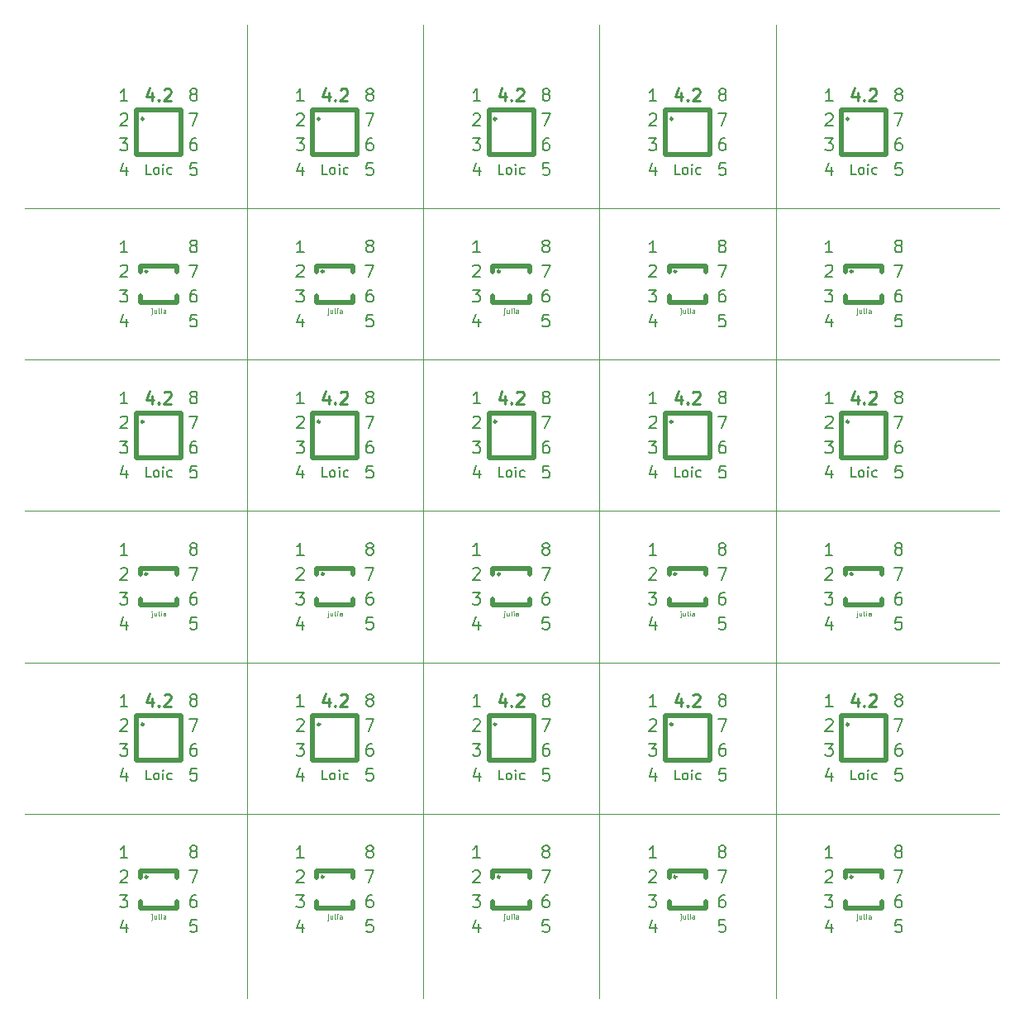
<source format=gto>
G04 #@! TF.GenerationSoftware,KiCad,Pcbnew,(5.1.10-1-10_14)*
G04 #@! TF.CreationDate,2021-06-11T14:29:54-07:00*
G04 #@! TF.ProjectId,master4.2Vregulator,6d617374-6572-4342-9e32-56726567756c,rev?*
G04 #@! TF.SameCoordinates,Original*
G04 #@! TF.FileFunction,Legend,Top*
G04 #@! TF.FilePolarity,Positive*
%FSLAX46Y46*%
G04 Gerber Fmt 4.6, Leading zero omitted, Abs format (unit mm)*
G04 Created by KiCad (PCBNEW (5.1.10-1-10_14)) date 2021-06-11 14:29:54*
%MOMM*%
%LPD*%
G01*
G04 APERTURE LIST*
%ADD10C,0.120000*%
%ADD11C,0.500000*%
%ADD12C,0.250000*%
%ADD13C,0.254000*%
%ADD14C,0.062500*%
%ADD15C,0.150000*%
G04 APERTURE END LIST*
D10*
X100220000Y-130780000D02*
X200010000Y-130780000D01*
X100220000Y-115270000D02*
X200010000Y-115270000D01*
X100220000Y-99760000D02*
X200010000Y-99760000D01*
X100220000Y-84250000D02*
X200010000Y-84250000D01*
X100220000Y-68740000D02*
X200010000Y-68740000D01*
X177140000Y-49910000D02*
X177140000Y-149660000D01*
X159080000Y-49910000D02*
X159080000Y-149660000D01*
X141020000Y-49910000D02*
X141020000Y-149660000D01*
X122960000Y-49910000D02*
X122960000Y-149660000D01*
D11*
X188035000Y-140415000D02*
X188035000Y-139790000D01*
X184285000Y-140415000D02*
X184285000Y-139790000D01*
X184285000Y-137290000D02*
X184285000Y-136665000D01*
D12*
X185010000Y-137240000D02*
G75*
G03*
X185010000Y-137240000I-125000J0D01*
G01*
D11*
X188035000Y-137290000D02*
X188035000Y-136665000D01*
X188035000Y-136665000D02*
X184285000Y-136665000D01*
X188035000Y-140415000D02*
X184285000Y-140415000D01*
X169975000Y-140415000D02*
X169975000Y-139790000D01*
X166225000Y-140415000D02*
X166225000Y-139790000D01*
X166225000Y-137290000D02*
X166225000Y-136665000D01*
D12*
X166950000Y-137240000D02*
G75*
G03*
X166950000Y-137240000I-125000J0D01*
G01*
D11*
X169975000Y-137290000D02*
X169975000Y-136665000D01*
X169975000Y-136665000D02*
X166225000Y-136665000D01*
X169975000Y-140415000D02*
X166225000Y-140415000D01*
X151915000Y-140415000D02*
X151915000Y-139790000D01*
X148165000Y-140415000D02*
X148165000Y-139790000D01*
X148165000Y-137290000D02*
X148165000Y-136665000D01*
D12*
X148890000Y-137240000D02*
G75*
G03*
X148890000Y-137240000I-125000J0D01*
G01*
D11*
X151915000Y-137290000D02*
X151915000Y-136665000D01*
X151915000Y-136665000D02*
X148165000Y-136665000D01*
X151915000Y-140415000D02*
X148165000Y-140415000D01*
X133855000Y-140415000D02*
X133855000Y-139790000D01*
X130105000Y-140415000D02*
X130105000Y-139790000D01*
X130105000Y-137290000D02*
X130105000Y-136665000D01*
D12*
X130830000Y-137240000D02*
G75*
G03*
X130830000Y-137240000I-125000J0D01*
G01*
D11*
X133855000Y-137290000D02*
X133855000Y-136665000D01*
X133855000Y-136665000D02*
X130105000Y-136665000D01*
X133855000Y-140415000D02*
X130105000Y-140415000D01*
X115795000Y-140415000D02*
X115795000Y-139790000D01*
X112045000Y-140415000D02*
X112045000Y-139790000D01*
X112045000Y-137290000D02*
X112045000Y-136665000D01*
D12*
X112770000Y-137240000D02*
G75*
G03*
X112770000Y-137240000I-125000J0D01*
G01*
D11*
X115795000Y-137290000D02*
X115795000Y-136665000D01*
X115795000Y-136665000D02*
X112045000Y-136665000D01*
X115795000Y-140415000D02*
X112045000Y-140415000D01*
X188035000Y-109395000D02*
X188035000Y-108770000D01*
X184285000Y-109395000D02*
X184285000Y-108770000D01*
X184285000Y-106270000D02*
X184285000Y-105645000D01*
D12*
X185010000Y-106220000D02*
G75*
G03*
X185010000Y-106220000I-125000J0D01*
G01*
D11*
X188035000Y-106270000D02*
X188035000Y-105645000D01*
X188035000Y-105645000D02*
X184285000Y-105645000D01*
X188035000Y-109395000D02*
X184285000Y-109395000D01*
X169975000Y-109395000D02*
X169975000Y-108770000D01*
X166225000Y-109395000D02*
X166225000Y-108770000D01*
X166225000Y-106270000D02*
X166225000Y-105645000D01*
D12*
X166950000Y-106220000D02*
G75*
G03*
X166950000Y-106220000I-125000J0D01*
G01*
D11*
X169975000Y-106270000D02*
X169975000Y-105645000D01*
X169975000Y-105645000D02*
X166225000Y-105645000D01*
X169975000Y-109395000D02*
X166225000Y-109395000D01*
X151915000Y-109395000D02*
X151915000Y-108770000D01*
X148165000Y-109395000D02*
X148165000Y-108770000D01*
X148165000Y-106270000D02*
X148165000Y-105645000D01*
D12*
X148890000Y-106220000D02*
G75*
G03*
X148890000Y-106220000I-125000J0D01*
G01*
D11*
X151915000Y-106270000D02*
X151915000Y-105645000D01*
X151915000Y-105645000D02*
X148165000Y-105645000D01*
X151915000Y-109395000D02*
X148165000Y-109395000D01*
X133855000Y-109395000D02*
X133855000Y-108770000D01*
X130105000Y-109395000D02*
X130105000Y-108770000D01*
X130105000Y-106270000D02*
X130105000Y-105645000D01*
D12*
X130830000Y-106220000D02*
G75*
G03*
X130830000Y-106220000I-125000J0D01*
G01*
D11*
X133855000Y-106270000D02*
X133855000Y-105645000D01*
X133855000Y-105645000D02*
X130105000Y-105645000D01*
X133855000Y-109395000D02*
X130105000Y-109395000D01*
X115795000Y-109395000D02*
X115795000Y-108770000D01*
X112045000Y-109395000D02*
X112045000Y-108770000D01*
X112045000Y-106270000D02*
X112045000Y-105645000D01*
D12*
X112770000Y-106220000D02*
G75*
G03*
X112770000Y-106220000I-125000J0D01*
G01*
D11*
X115795000Y-106270000D02*
X115795000Y-105645000D01*
X115795000Y-105645000D02*
X112045000Y-105645000D01*
X115795000Y-109395000D02*
X112045000Y-109395000D01*
X188035000Y-78375000D02*
X188035000Y-77750000D01*
X184285000Y-78375000D02*
X184285000Y-77750000D01*
X184285000Y-75250000D02*
X184285000Y-74625000D01*
D12*
X185010000Y-75200000D02*
G75*
G03*
X185010000Y-75200000I-125000J0D01*
G01*
D11*
X188035000Y-75250000D02*
X188035000Y-74625000D01*
X188035000Y-74625000D02*
X184285000Y-74625000D01*
X188035000Y-78375000D02*
X184285000Y-78375000D01*
X169975000Y-78375000D02*
X169975000Y-77750000D01*
X166225000Y-78375000D02*
X166225000Y-77750000D01*
X166225000Y-75250000D02*
X166225000Y-74625000D01*
D12*
X166950000Y-75200000D02*
G75*
G03*
X166950000Y-75200000I-125000J0D01*
G01*
D11*
X169975000Y-75250000D02*
X169975000Y-74625000D01*
X169975000Y-74625000D02*
X166225000Y-74625000D01*
X169975000Y-78375000D02*
X166225000Y-78375000D01*
X151915000Y-78375000D02*
X151915000Y-77750000D01*
X148165000Y-78375000D02*
X148165000Y-77750000D01*
X148165000Y-75250000D02*
X148165000Y-74625000D01*
D12*
X148890000Y-75200000D02*
G75*
G03*
X148890000Y-75200000I-125000J0D01*
G01*
D11*
X151915000Y-75250000D02*
X151915000Y-74625000D01*
X151915000Y-74625000D02*
X148165000Y-74625000D01*
X151915000Y-78375000D02*
X148165000Y-78375000D01*
X133855000Y-78375000D02*
X133855000Y-77750000D01*
X130105000Y-78375000D02*
X130105000Y-77750000D01*
X130105000Y-75250000D02*
X130105000Y-74625000D01*
D12*
X130830000Y-75200000D02*
G75*
G03*
X130830000Y-75200000I-125000J0D01*
G01*
D11*
X133855000Y-75250000D02*
X133855000Y-74625000D01*
X133855000Y-74625000D02*
X130105000Y-74625000D01*
X133855000Y-78375000D02*
X130105000Y-78375000D01*
X183884000Y-120734000D02*
X188456000Y-120734000D01*
X183884000Y-125306000D02*
X183884000Y-120734000D01*
X188456000Y-125306000D02*
X183884000Y-125306000D01*
X188456000Y-120734000D02*
X188456000Y-125306000D01*
D13*
X184620000Y-121620000D02*
G75*
G03*
X184620000Y-121620000I-125000J0D01*
G01*
D11*
X165824000Y-120734000D02*
X170396000Y-120734000D01*
X165824000Y-125306000D02*
X165824000Y-120734000D01*
X170396000Y-125306000D02*
X165824000Y-125306000D01*
X170396000Y-120734000D02*
X170396000Y-125306000D01*
D13*
X166560000Y-121620000D02*
G75*
G03*
X166560000Y-121620000I-125000J0D01*
G01*
D11*
X147764000Y-120734000D02*
X152336000Y-120734000D01*
X147764000Y-125306000D02*
X147764000Y-120734000D01*
X152336000Y-125306000D02*
X147764000Y-125306000D01*
X152336000Y-120734000D02*
X152336000Y-125306000D01*
D13*
X148500000Y-121620000D02*
G75*
G03*
X148500000Y-121620000I-125000J0D01*
G01*
D11*
X129704000Y-120734000D02*
X134276000Y-120734000D01*
X129704000Y-125306000D02*
X129704000Y-120734000D01*
X134276000Y-125306000D02*
X129704000Y-125306000D01*
X134276000Y-120734000D02*
X134276000Y-125306000D01*
D13*
X130440000Y-121620000D02*
G75*
G03*
X130440000Y-121620000I-125000J0D01*
G01*
D11*
X111644000Y-120734000D02*
X116216000Y-120734000D01*
X111644000Y-125306000D02*
X111644000Y-120734000D01*
X116216000Y-125306000D02*
X111644000Y-125306000D01*
X116216000Y-120734000D02*
X116216000Y-125306000D01*
D13*
X112380000Y-121620000D02*
G75*
G03*
X112380000Y-121620000I-125000J0D01*
G01*
D11*
X183884000Y-89714000D02*
X188456000Y-89714000D01*
X183884000Y-94286000D02*
X183884000Y-89714000D01*
X188456000Y-94286000D02*
X183884000Y-94286000D01*
X188456000Y-89714000D02*
X188456000Y-94286000D01*
D13*
X184620000Y-90600000D02*
G75*
G03*
X184620000Y-90600000I-125000J0D01*
G01*
D11*
X165824000Y-89714000D02*
X170396000Y-89714000D01*
X165824000Y-94286000D02*
X165824000Y-89714000D01*
X170396000Y-94286000D02*
X165824000Y-94286000D01*
X170396000Y-89714000D02*
X170396000Y-94286000D01*
D13*
X166560000Y-90600000D02*
G75*
G03*
X166560000Y-90600000I-125000J0D01*
G01*
D11*
X147764000Y-89714000D02*
X152336000Y-89714000D01*
X147764000Y-94286000D02*
X147764000Y-89714000D01*
X152336000Y-94286000D02*
X147764000Y-94286000D01*
X152336000Y-89714000D02*
X152336000Y-94286000D01*
D13*
X148500000Y-90600000D02*
G75*
G03*
X148500000Y-90600000I-125000J0D01*
G01*
D11*
X129704000Y-89714000D02*
X134276000Y-89714000D01*
X129704000Y-94286000D02*
X129704000Y-89714000D01*
X134276000Y-94286000D02*
X129704000Y-94286000D01*
X134276000Y-89714000D02*
X134276000Y-94286000D01*
D13*
X130440000Y-90600000D02*
G75*
G03*
X130440000Y-90600000I-125000J0D01*
G01*
D11*
X111644000Y-89714000D02*
X116216000Y-89714000D01*
X111644000Y-94286000D02*
X111644000Y-89714000D01*
X116216000Y-94286000D02*
X111644000Y-94286000D01*
X116216000Y-89714000D02*
X116216000Y-94286000D01*
D13*
X112380000Y-90600000D02*
G75*
G03*
X112380000Y-90600000I-125000J0D01*
G01*
D11*
X183884000Y-58694000D02*
X188456000Y-58694000D01*
X183884000Y-63266000D02*
X183884000Y-58694000D01*
X188456000Y-63266000D02*
X183884000Y-63266000D01*
X188456000Y-58694000D02*
X188456000Y-63266000D01*
D13*
X184620000Y-59580000D02*
G75*
G03*
X184620000Y-59580000I-125000J0D01*
G01*
D11*
X165824000Y-58694000D02*
X170396000Y-58694000D01*
X165824000Y-63266000D02*
X165824000Y-58694000D01*
X170396000Y-63266000D02*
X165824000Y-63266000D01*
X170396000Y-58694000D02*
X170396000Y-63266000D01*
D13*
X166560000Y-59580000D02*
G75*
G03*
X166560000Y-59580000I-125000J0D01*
G01*
D11*
X147764000Y-58694000D02*
X152336000Y-58694000D01*
X147764000Y-63266000D02*
X147764000Y-58694000D01*
X152336000Y-63266000D02*
X147764000Y-63266000D01*
X152336000Y-58694000D02*
X152336000Y-63266000D01*
D13*
X148500000Y-59580000D02*
G75*
G03*
X148500000Y-59580000I-125000J0D01*
G01*
D11*
X129704000Y-58694000D02*
X134276000Y-58694000D01*
X129704000Y-63266000D02*
X129704000Y-58694000D01*
X134276000Y-63266000D02*
X129704000Y-63266000D01*
X134276000Y-58694000D02*
X134276000Y-63266000D01*
D13*
X130440000Y-59580000D02*
G75*
G03*
X130440000Y-59580000I-125000J0D01*
G01*
X112380000Y-59580000D02*
G75*
G03*
X112380000Y-59580000I-125000J0D01*
G01*
D11*
X116216000Y-58694000D02*
X116216000Y-63266000D01*
X116216000Y-63266000D02*
X111644000Y-63266000D01*
X111644000Y-63266000D02*
X111644000Y-58694000D01*
X111644000Y-58694000D02*
X116216000Y-58694000D01*
X115795000Y-78375000D02*
X112045000Y-78375000D01*
X115795000Y-74625000D02*
X112045000Y-74625000D01*
X115795000Y-75250000D02*
X115795000Y-74625000D01*
D12*
X112770000Y-75200000D02*
G75*
G03*
X112770000Y-75200000I-125000J0D01*
G01*
D11*
X112045000Y-75250000D02*
X112045000Y-74625000D01*
X112045000Y-78375000D02*
X112045000Y-77750000D01*
X115795000Y-78375000D02*
X115795000Y-77750000D01*
D14*
X185457619Y-141202857D02*
X185457619Y-141631428D01*
X185433809Y-141679047D01*
X185386190Y-141702857D01*
X185362380Y-141702857D01*
X185457619Y-141036190D02*
X185433809Y-141060000D01*
X185457619Y-141083809D01*
X185481428Y-141060000D01*
X185457619Y-141036190D01*
X185457619Y-141083809D01*
X185910000Y-141202857D02*
X185910000Y-141536190D01*
X185695714Y-141202857D02*
X185695714Y-141464761D01*
X185719523Y-141512380D01*
X185767142Y-141536190D01*
X185838571Y-141536190D01*
X185886190Y-141512380D01*
X185910000Y-141488571D01*
X186219523Y-141536190D02*
X186171904Y-141512380D01*
X186148095Y-141464761D01*
X186148095Y-141036190D01*
X186410000Y-141536190D02*
X186410000Y-141202857D01*
X186410000Y-141036190D02*
X186386190Y-141060000D01*
X186410000Y-141083809D01*
X186433809Y-141060000D01*
X186410000Y-141036190D01*
X186410000Y-141083809D01*
X186862380Y-141536190D02*
X186862380Y-141274285D01*
X186838571Y-141226666D01*
X186790952Y-141202857D01*
X186695714Y-141202857D01*
X186648095Y-141226666D01*
X186862380Y-141512380D02*
X186814761Y-141536190D01*
X186695714Y-141536190D01*
X186648095Y-141512380D01*
X186624285Y-141464761D01*
X186624285Y-141417142D01*
X186648095Y-141369523D01*
X186695714Y-141345714D01*
X186814761Y-141345714D01*
X186862380Y-141321904D01*
D15*
X182961142Y-135295476D02*
X182246857Y-135295476D01*
X182604000Y-135295476D02*
X182604000Y-134045476D01*
X182484952Y-134224047D01*
X182365904Y-134343095D01*
X182246857Y-134402619D01*
X182246857Y-136704523D02*
X182306380Y-136645000D01*
X182425428Y-136585476D01*
X182723047Y-136585476D01*
X182842095Y-136645000D01*
X182901619Y-136704523D01*
X182961142Y-136823571D01*
X182961142Y-136942619D01*
X182901619Y-137121190D01*
X182187333Y-137835476D01*
X182961142Y-137835476D01*
X182187333Y-139125476D02*
X182961142Y-139125476D01*
X182544476Y-139601666D01*
X182723047Y-139601666D01*
X182842095Y-139661190D01*
X182901619Y-139720714D01*
X182961142Y-139839761D01*
X182961142Y-140137380D01*
X182901619Y-140256428D01*
X182842095Y-140315952D01*
X182723047Y-140375476D01*
X182365904Y-140375476D01*
X182246857Y-140315952D01*
X182187333Y-140256428D01*
X182842095Y-142082142D02*
X182842095Y-142915476D01*
X182544476Y-141605952D02*
X182246857Y-142498809D01*
X183020666Y-142498809D01*
X189596952Y-134581190D02*
X189477904Y-134521666D01*
X189418380Y-134462142D01*
X189358857Y-134343095D01*
X189358857Y-134283571D01*
X189418380Y-134164523D01*
X189477904Y-134105000D01*
X189596952Y-134045476D01*
X189835047Y-134045476D01*
X189954095Y-134105000D01*
X190013619Y-134164523D01*
X190073142Y-134283571D01*
X190073142Y-134343095D01*
X190013619Y-134462142D01*
X189954095Y-134521666D01*
X189835047Y-134581190D01*
X189596952Y-134581190D01*
X189477904Y-134640714D01*
X189418380Y-134700238D01*
X189358857Y-134819285D01*
X189358857Y-135057380D01*
X189418380Y-135176428D01*
X189477904Y-135235952D01*
X189596952Y-135295476D01*
X189835047Y-135295476D01*
X189954095Y-135235952D01*
X190013619Y-135176428D01*
X190073142Y-135057380D01*
X190073142Y-134819285D01*
X190013619Y-134700238D01*
X189954095Y-134640714D01*
X189835047Y-134581190D01*
X189299333Y-136585476D02*
X190132666Y-136585476D01*
X189596952Y-137835476D01*
X189954095Y-139125476D02*
X189716000Y-139125476D01*
X189596952Y-139185000D01*
X189537428Y-139244523D01*
X189418380Y-139423095D01*
X189358857Y-139661190D01*
X189358857Y-140137380D01*
X189418380Y-140256428D01*
X189477904Y-140315952D01*
X189596952Y-140375476D01*
X189835047Y-140375476D01*
X189954095Y-140315952D01*
X190013619Y-140256428D01*
X190073142Y-140137380D01*
X190073142Y-139839761D01*
X190013619Y-139720714D01*
X189954095Y-139661190D01*
X189835047Y-139601666D01*
X189596952Y-139601666D01*
X189477904Y-139661190D01*
X189418380Y-139720714D01*
X189358857Y-139839761D01*
X190013619Y-141665476D02*
X189418380Y-141665476D01*
X189358857Y-142260714D01*
X189418380Y-142201190D01*
X189537428Y-142141666D01*
X189835047Y-142141666D01*
X189954095Y-142201190D01*
X190013619Y-142260714D01*
X190073142Y-142379761D01*
X190073142Y-142677380D01*
X190013619Y-142796428D01*
X189954095Y-142855952D01*
X189835047Y-142915476D01*
X189537428Y-142915476D01*
X189418380Y-142855952D01*
X189358857Y-142796428D01*
D14*
X167397619Y-141202857D02*
X167397619Y-141631428D01*
X167373809Y-141679047D01*
X167326190Y-141702857D01*
X167302380Y-141702857D01*
X167397619Y-141036190D02*
X167373809Y-141060000D01*
X167397619Y-141083809D01*
X167421428Y-141060000D01*
X167397619Y-141036190D01*
X167397619Y-141083809D01*
X167850000Y-141202857D02*
X167850000Y-141536190D01*
X167635714Y-141202857D02*
X167635714Y-141464761D01*
X167659523Y-141512380D01*
X167707142Y-141536190D01*
X167778571Y-141536190D01*
X167826190Y-141512380D01*
X167850000Y-141488571D01*
X168159523Y-141536190D02*
X168111904Y-141512380D01*
X168088095Y-141464761D01*
X168088095Y-141036190D01*
X168350000Y-141536190D02*
X168350000Y-141202857D01*
X168350000Y-141036190D02*
X168326190Y-141060000D01*
X168350000Y-141083809D01*
X168373809Y-141060000D01*
X168350000Y-141036190D01*
X168350000Y-141083809D01*
X168802380Y-141536190D02*
X168802380Y-141274285D01*
X168778571Y-141226666D01*
X168730952Y-141202857D01*
X168635714Y-141202857D01*
X168588095Y-141226666D01*
X168802380Y-141512380D02*
X168754761Y-141536190D01*
X168635714Y-141536190D01*
X168588095Y-141512380D01*
X168564285Y-141464761D01*
X168564285Y-141417142D01*
X168588095Y-141369523D01*
X168635714Y-141345714D01*
X168754761Y-141345714D01*
X168802380Y-141321904D01*
D15*
X164901142Y-135295476D02*
X164186857Y-135295476D01*
X164544000Y-135295476D02*
X164544000Y-134045476D01*
X164424952Y-134224047D01*
X164305904Y-134343095D01*
X164186857Y-134402619D01*
X164186857Y-136704523D02*
X164246380Y-136645000D01*
X164365428Y-136585476D01*
X164663047Y-136585476D01*
X164782095Y-136645000D01*
X164841619Y-136704523D01*
X164901142Y-136823571D01*
X164901142Y-136942619D01*
X164841619Y-137121190D01*
X164127333Y-137835476D01*
X164901142Y-137835476D01*
X164127333Y-139125476D02*
X164901142Y-139125476D01*
X164484476Y-139601666D01*
X164663047Y-139601666D01*
X164782095Y-139661190D01*
X164841619Y-139720714D01*
X164901142Y-139839761D01*
X164901142Y-140137380D01*
X164841619Y-140256428D01*
X164782095Y-140315952D01*
X164663047Y-140375476D01*
X164305904Y-140375476D01*
X164186857Y-140315952D01*
X164127333Y-140256428D01*
X164782095Y-142082142D02*
X164782095Y-142915476D01*
X164484476Y-141605952D02*
X164186857Y-142498809D01*
X164960666Y-142498809D01*
X171536952Y-134581190D02*
X171417904Y-134521666D01*
X171358380Y-134462142D01*
X171298857Y-134343095D01*
X171298857Y-134283571D01*
X171358380Y-134164523D01*
X171417904Y-134105000D01*
X171536952Y-134045476D01*
X171775047Y-134045476D01*
X171894095Y-134105000D01*
X171953619Y-134164523D01*
X172013142Y-134283571D01*
X172013142Y-134343095D01*
X171953619Y-134462142D01*
X171894095Y-134521666D01*
X171775047Y-134581190D01*
X171536952Y-134581190D01*
X171417904Y-134640714D01*
X171358380Y-134700238D01*
X171298857Y-134819285D01*
X171298857Y-135057380D01*
X171358380Y-135176428D01*
X171417904Y-135235952D01*
X171536952Y-135295476D01*
X171775047Y-135295476D01*
X171894095Y-135235952D01*
X171953619Y-135176428D01*
X172013142Y-135057380D01*
X172013142Y-134819285D01*
X171953619Y-134700238D01*
X171894095Y-134640714D01*
X171775047Y-134581190D01*
X171239333Y-136585476D02*
X172072666Y-136585476D01*
X171536952Y-137835476D01*
X171894095Y-139125476D02*
X171656000Y-139125476D01*
X171536952Y-139185000D01*
X171477428Y-139244523D01*
X171358380Y-139423095D01*
X171298857Y-139661190D01*
X171298857Y-140137380D01*
X171358380Y-140256428D01*
X171417904Y-140315952D01*
X171536952Y-140375476D01*
X171775047Y-140375476D01*
X171894095Y-140315952D01*
X171953619Y-140256428D01*
X172013142Y-140137380D01*
X172013142Y-139839761D01*
X171953619Y-139720714D01*
X171894095Y-139661190D01*
X171775047Y-139601666D01*
X171536952Y-139601666D01*
X171417904Y-139661190D01*
X171358380Y-139720714D01*
X171298857Y-139839761D01*
X171953619Y-141665476D02*
X171358380Y-141665476D01*
X171298857Y-142260714D01*
X171358380Y-142201190D01*
X171477428Y-142141666D01*
X171775047Y-142141666D01*
X171894095Y-142201190D01*
X171953619Y-142260714D01*
X172013142Y-142379761D01*
X172013142Y-142677380D01*
X171953619Y-142796428D01*
X171894095Y-142855952D01*
X171775047Y-142915476D01*
X171477428Y-142915476D01*
X171358380Y-142855952D01*
X171298857Y-142796428D01*
D14*
X149337619Y-141202857D02*
X149337619Y-141631428D01*
X149313809Y-141679047D01*
X149266190Y-141702857D01*
X149242380Y-141702857D01*
X149337619Y-141036190D02*
X149313809Y-141060000D01*
X149337619Y-141083809D01*
X149361428Y-141060000D01*
X149337619Y-141036190D01*
X149337619Y-141083809D01*
X149790000Y-141202857D02*
X149790000Y-141536190D01*
X149575714Y-141202857D02*
X149575714Y-141464761D01*
X149599523Y-141512380D01*
X149647142Y-141536190D01*
X149718571Y-141536190D01*
X149766190Y-141512380D01*
X149790000Y-141488571D01*
X150099523Y-141536190D02*
X150051904Y-141512380D01*
X150028095Y-141464761D01*
X150028095Y-141036190D01*
X150290000Y-141536190D02*
X150290000Y-141202857D01*
X150290000Y-141036190D02*
X150266190Y-141060000D01*
X150290000Y-141083809D01*
X150313809Y-141060000D01*
X150290000Y-141036190D01*
X150290000Y-141083809D01*
X150742380Y-141536190D02*
X150742380Y-141274285D01*
X150718571Y-141226666D01*
X150670952Y-141202857D01*
X150575714Y-141202857D01*
X150528095Y-141226666D01*
X150742380Y-141512380D02*
X150694761Y-141536190D01*
X150575714Y-141536190D01*
X150528095Y-141512380D01*
X150504285Y-141464761D01*
X150504285Y-141417142D01*
X150528095Y-141369523D01*
X150575714Y-141345714D01*
X150694761Y-141345714D01*
X150742380Y-141321904D01*
D15*
X146841142Y-135295476D02*
X146126857Y-135295476D01*
X146484000Y-135295476D02*
X146484000Y-134045476D01*
X146364952Y-134224047D01*
X146245904Y-134343095D01*
X146126857Y-134402619D01*
X146126857Y-136704523D02*
X146186380Y-136645000D01*
X146305428Y-136585476D01*
X146603047Y-136585476D01*
X146722095Y-136645000D01*
X146781619Y-136704523D01*
X146841142Y-136823571D01*
X146841142Y-136942619D01*
X146781619Y-137121190D01*
X146067333Y-137835476D01*
X146841142Y-137835476D01*
X146067333Y-139125476D02*
X146841142Y-139125476D01*
X146424476Y-139601666D01*
X146603047Y-139601666D01*
X146722095Y-139661190D01*
X146781619Y-139720714D01*
X146841142Y-139839761D01*
X146841142Y-140137380D01*
X146781619Y-140256428D01*
X146722095Y-140315952D01*
X146603047Y-140375476D01*
X146245904Y-140375476D01*
X146126857Y-140315952D01*
X146067333Y-140256428D01*
X146722095Y-142082142D02*
X146722095Y-142915476D01*
X146424476Y-141605952D02*
X146126857Y-142498809D01*
X146900666Y-142498809D01*
X153476952Y-134581190D02*
X153357904Y-134521666D01*
X153298380Y-134462142D01*
X153238857Y-134343095D01*
X153238857Y-134283571D01*
X153298380Y-134164523D01*
X153357904Y-134105000D01*
X153476952Y-134045476D01*
X153715047Y-134045476D01*
X153834095Y-134105000D01*
X153893619Y-134164523D01*
X153953142Y-134283571D01*
X153953142Y-134343095D01*
X153893619Y-134462142D01*
X153834095Y-134521666D01*
X153715047Y-134581190D01*
X153476952Y-134581190D01*
X153357904Y-134640714D01*
X153298380Y-134700238D01*
X153238857Y-134819285D01*
X153238857Y-135057380D01*
X153298380Y-135176428D01*
X153357904Y-135235952D01*
X153476952Y-135295476D01*
X153715047Y-135295476D01*
X153834095Y-135235952D01*
X153893619Y-135176428D01*
X153953142Y-135057380D01*
X153953142Y-134819285D01*
X153893619Y-134700238D01*
X153834095Y-134640714D01*
X153715047Y-134581190D01*
X153179333Y-136585476D02*
X154012666Y-136585476D01*
X153476952Y-137835476D01*
X153834095Y-139125476D02*
X153596000Y-139125476D01*
X153476952Y-139185000D01*
X153417428Y-139244523D01*
X153298380Y-139423095D01*
X153238857Y-139661190D01*
X153238857Y-140137380D01*
X153298380Y-140256428D01*
X153357904Y-140315952D01*
X153476952Y-140375476D01*
X153715047Y-140375476D01*
X153834095Y-140315952D01*
X153893619Y-140256428D01*
X153953142Y-140137380D01*
X153953142Y-139839761D01*
X153893619Y-139720714D01*
X153834095Y-139661190D01*
X153715047Y-139601666D01*
X153476952Y-139601666D01*
X153357904Y-139661190D01*
X153298380Y-139720714D01*
X153238857Y-139839761D01*
X153893619Y-141665476D02*
X153298380Y-141665476D01*
X153238857Y-142260714D01*
X153298380Y-142201190D01*
X153417428Y-142141666D01*
X153715047Y-142141666D01*
X153834095Y-142201190D01*
X153893619Y-142260714D01*
X153953142Y-142379761D01*
X153953142Y-142677380D01*
X153893619Y-142796428D01*
X153834095Y-142855952D01*
X153715047Y-142915476D01*
X153417428Y-142915476D01*
X153298380Y-142855952D01*
X153238857Y-142796428D01*
D14*
X131277619Y-141202857D02*
X131277619Y-141631428D01*
X131253809Y-141679047D01*
X131206190Y-141702857D01*
X131182380Y-141702857D01*
X131277619Y-141036190D02*
X131253809Y-141060000D01*
X131277619Y-141083809D01*
X131301428Y-141060000D01*
X131277619Y-141036190D01*
X131277619Y-141083809D01*
X131730000Y-141202857D02*
X131730000Y-141536190D01*
X131515714Y-141202857D02*
X131515714Y-141464761D01*
X131539523Y-141512380D01*
X131587142Y-141536190D01*
X131658571Y-141536190D01*
X131706190Y-141512380D01*
X131730000Y-141488571D01*
X132039523Y-141536190D02*
X131991904Y-141512380D01*
X131968095Y-141464761D01*
X131968095Y-141036190D01*
X132230000Y-141536190D02*
X132230000Y-141202857D01*
X132230000Y-141036190D02*
X132206190Y-141060000D01*
X132230000Y-141083809D01*
X132253809Y-141060000D01*
X132230000Y-141036190D01*
X132230000Y-141083809D01*
X132682380Y-141536190D02*
X132682380Y-141274285D01*
X132658571Y-141226666D01*
X132610952Y-141202857D01*
X132515714Y-141202857D01*
X132468095Y-141226666D01*
X132682380Y-141512380D02*
X132634761Y-141536190D01*
X132515714Y-141536190D01*
X132468095Y-141512380D01*
X132444285Y-141464761D01*
X132444285Y-141417142D01*
X132468095Y-141369523D01*
X132515714Y-141345714D01*
X132634761Y-141345714D01*
X132682380Y-141321904D01*
D15*
X128781142Y-135295476D02*
X128066857Y-135295476D01*
X128424000Y-135295476D02*
X128424000Y-134045476D01*
X128304952Y-134224047D01*
X128185904Y-134343095D01*
X128066857Y-134402619D01*
X128066857Y-136704523D02*
X128126380Y-136645000D01*
X128245428Y-136585476D01*
X128543047Y-136585476D01*
X128662095Y-136645000D01*
X128721619Y-136704523D01*
X128781142Y-136823571D01*
X128781142Y-136942619D01*
X128721619Y-137121190D01*
X128007333Y-137835476D01*
X128781142Y-137835476D01*
X128007333Y-139125476D02*
X128781142Y-139125476D01*
X128364476Y-139601666D01*
X128543047Y-139601666D01*
X128662095Y-139661190D01*
X128721619Y-139720714D01*
X128781142Y-139839761D01*
X128781142Y-140137380D01*
X128721619Y-140256428D01*
X128662095Y-140315952D01*
X128543047Y-140375476D01*
X128185904Y-140375476D01*
X128066857Y-140315952D01*
X128007333Y-140256428D01*
X128662095Y-142082142D02*
X128662095Y-142915476D01*
X128364476Y-141605952D02*
X128066857Y-142498809D01*
X128840666Y-142498809D01*
X135416952Y-134581190D02*
X135297904Y-134521666D01*
X135238380Y-134462142D01*
X135178857Y-134343095D01*
X135178857Y-134283571D01*
X135238380Y-134164523D01*
X135297904Y-134105000D01*
X135416952Y-134045476D01*
X135655047Y-134045476D01*
X135774095Y-134105000D01*
X135833619Y-134164523D01*
X135893142Y-134283571D01*
X135893142Y-134343095D01*
X135833619Y-134462142D01*
X135774095Y-134521666D01*
X135655047Y-134581190D01*
X135416952Y-134581190D01*
X135297904Y-134640714D01*
X135238380Y-134700238D01*
X135178857Y-134819285D01*
X135178857Y-135057380D01*
X135238380Y-135176428D01*
X135297904Y-135235952D01*
X135416952Y-135295476D01*
X135655047Y-135295476D01*
X135774095Y-135235952D01*
X135833619Y-135176428D01*
X135893142Y-135057380D01*
X135893142Y-134819285D01*
X135833619Y-134700238D01*
X135774095Y-134640714D01*
X135655047Y-134581190D01*
X135119333Y-136585476D02*
X135952666Y-136585476D01*
X135416952Y-137835476D01*
X135774095Y-139125476D02*
X135536000Y-139125476D01*
X135416952Y-139185000D01*
X135357428Y-139244523D01*
X135238380Y-139423095D01*
X135178857Y-139661190D01*
X135178857Y-140137380D01*
X135238380Y-140256428D01*
X135297904Y-140315952D01*
X135416952Y-140375476D01*
X135655047Y-140375476D01*
X135774095Y-140315952D01*
X135833619Y-140256428D01*
X135893142Y-140137380D01*
X135893142Y-139839761D01*
X135833619Y-139720714D01*
X135774095Y-139661190D01*
X135655047Y-139601666D01*
X135416952Y-139601666D01*
X135297904Y-139661190D01*
X135238380Y-139720714D01*
X135178857Y-139839761D01*
X135833619Y-141665476D02*
X135238380Y-141665476D01*
X135178857Y-142260714D01*
X135238380Y-142201190D01*
X135357428Y-142141666D01*
X135655047Y-142141666D01*
X135774095Y-142201190D01*
X135833619Y-142260714D01*
X135893142Y-142379761D01*
X135893142Y-142677380D01*
X135833619Y-142796428D01*
X135774095Y-142855952D01*
X135655047Y-142915476D01*
X135357428Y-142915476D01*
X135238380Y-142855952D01*
X135178857Y-142796428D01*
D14*
X113217619Y-141202857D02*
X113217619Y-141631428D01*
X113193809Y-141679047D01*
X113146190Y-141702857D01*
X113122380Y-141702857D01*
X113217619Y-141036190D02*
X113193809Y-141060000D01*
X113217619Y-141083809D01*
X113241428Y-141060000D01*
X113217619Y-141036190D01*
X113217619Y-141083809D01*
X113670000Y-141202857D02*
X113670000Y-141536190D01*
X113455714Y-141202857D02*
X113455714Y-141464761D01*
X113479523Y-141512380D01*
X113527142Y-141536190D01*
X113598571Y-141536190D01*
X113646190Y-141512380D01*
X113670000Y-141488571D01*
X113979523Y-141536190D02*
X113931904Y-141512380D01*
X113908095Y-141464761D01*
X113908095Y-141036190D01*
X114170000Y-141536190D02*
X114170000Y-141202857D01*
X114170000Y-141036190D02*
X114146190Y-141060000D01*
X114170000Y-141083809D01*
X114193809Y-141060000D01*
X114170000Y-141036190D01*
X114170000Y-141083809D01*
X114622380Y-141536190D02*
X114622380Y-141274285D01*
X114598571Y-141226666D01*
X114550952Y-141202857D01*
X114455714Y-141202857D01*
X114408095Y-141226666D01*
X114622380Y-141512380D02*
X114574761Y-141536190D01*
X114455714Y-141536190D01*
X114408095Y-141512380D01*
X114384285Y-141464761D01*
X114384285Y-141417142D01*
X114408095Y-141369523D01*
X114455714Y-141345714D01*
X114574761Y-141345714D01*
X114622380Y-141321904D01*
D15*
X110721142Y-135295476D02*
X110006857Y-135295476D01*
X110364000Y-135295476D02*
X110364000Y-134045476D01*
X110244952Y-134224047D01*
X110125904Y-134343095D01*
X110006857Y-134402619D01*
X110006857Y-136704523D02*
X110066380Y-136645000D01*
X110185428Y-136585476D01*
X110483047Y-136585476D01*
X110602095Y-136645000D01*
X110661619Y-136704523D01*
X110721142Y-136823571D01*
X110721142Y-136942619D01*
X110661619Y-137121190D01*
X109947333Y-137835476D01*
X110721142Y-137835476D01*
X109947333Y-139125476D02*
X110721142Y-139125476D01*
X110304476Y-139601666D01*
X110483047Y-139601666D01*
X110602095Y-139661190D01*
X110661619Y-139720714D01*
X110721142Y-139839761D01*
X110721142Y-140137380D01*
X110661619Y-140256428D01*
X110602095Y-140315952D01*
X110483047Y-140375476D01*
X110125904Y-140375476D01*
X110006857Y-140315952D01*
X109947333Y-140256428D01*
X110602095Y-142082142D02*
X110602095Y-142915476D01*
X110304476Y-141605952D02*
X110006857Y-142498809D01*
X110780666Y-142498809D01*
X117356952Y-134581190D02*
X117237904Y-134521666D01*
X117178380Y-134462142D01*
X117118857Y-134343095D01*
X117118857Y-134283571D01*
X117178380Y-134164523D01*
X117237904Y-134105000D01*
X117356952Y-134045476D01*
X117595047Y-134045476D01*
X117714095Y-134105000D01*
X117773619Y-134164523D01*
X117833142Y-134283571D01*
X117833142Y-134343095D01*
X117773619Y-134462142D01*
X117714095Y-134521666D01*
X117595047Y-134581190D01*
X117356952Y-134581190D01*
X117237904Y-134640714D01*
X117178380Y-134700238D01*
X117118857Y-134819285D01*
X117118857Y-135057380D01*
X117178380Y-135176428D01*
X117237904Y-135235952D01*
X117356952Y-135295476D01*
X117595047Y-135295476D01*
X117714095Y-135235952D01*
X117773619Y-135176428D01*
X117833142Y-135057380D01*
X117833142Y-134819285D01*
X117773619Y-134700238D01*
X117714095Y-134640714D01*
X117595047Y-134581190D01*
X117059333Y-136585476D02*
X117892666Y-136585476D01*
X117356952Y-137835476D01*
X117714095Y-139125476D02*
X117476000Y-139125476D01*
X117356952Y-139185000D01*
X117297428Y-139244523D01*
X117178380Y-139423095D01*
X117118857Y-139661190D01*
X117118857Y-140137380D01*
X117178380Y-140256428D01*
X117237904Y-140315952D01*
X117356952Y-140375476D01*
X117595047Y-140375476D01*
X117714095Y-140315952D01*
X117773619Y-140256428D01*
X117833142Y-140137380D01*
X117833142Y-139839761D01*
X117773619Y-139720714D01*
X117714095Y-139661190D01*
X117595047Y-139601666D01*
X117356952Y-139601666D01*
X117237904Y-139661190D01*
X117178380Y-139720714D01*
X117118857Y-139839761D01*
X117773619Y-141665476D02*
X117178380Y-141665476D01*
X117118857Y-142260714D01*
X117178380Y-142201190D01*
X117297428Y-142141666D01*
X117595047Y-142141666D01*
X117714095Y-142201190D01*
X117773619Y-142260714D01*
X117833142Y-142379761D01*
X117833142Y-142677380D01*
X117773619Y-142796428D01*
X117714095Y-142855952D01*
X117595047Y-142915476D01*
X117297428Y-142915476D01*
X117178380Y-142855952D01*
X117118857Y-142796428D01*
D14*
X185457619Y-110182857D02*
X185457619Y-110611428D01*
X185433809Y-110659047D01*
X185386190Y-110682857D01*
X185362380Y-110682857D01*
X185457619Y-110016190D02*
X185433809Y-110040000D01*
X185457619Y-110063809D01*
X185481428Y-110040000D01*
X185457619Y-110016190D01*
X185457619Y-110063809D01*
X185910000Y-110182857D02*
X185910000Y-110516190D01*
X185695714Y-110182857D02*
X185695714Y-110444761D01*
X185719523Y-110492380D01*
X185767142Y-110516190D01*
X185838571Y-110516190D01*
X185886190Y-110492380D01*
X185910000Y-110468571D01*
X186219523Y-110516190D02*
X186171904Y-110492380D01*
X186148095Y-110444761D01*
X186148095Y-110016190D01*
X186410000Y-110516190D02*
X186410000Y-110182857D01*
X186410000Y-110016190D02*
X186386190Y-110040000D01*
X186410000Y-110063809D01*
X186433809Y-110040000D01*
X186410000Y-110016190D01*
X186410000Y-110063809D01*
X186862380Y-110516190D02*
X186862380Y-110254285D01*
X186838571Y-110206666D01*
X186790952Y-110182857D01*
X186695714Y-110182857D01*
X186648095Y-110206666D01*
X186862380Y-110492380D02*
X186814761Y-110516190D01*
X186695714Y-110516190D01*
X186648095Y-110492380D01*
X186624285Y-110444761D01*
X186624285Y-110397142D01*
X186648095Y-110349523D01*
X186695714Y-110325714D01*
X186814761Y-110325714D01*
X186862380Y-110301904D01*
D15*
X182961142Y-104275476D02*
X182246857Y-104275476D01*
X182604000Y-104275476D02*
X182604000Y-103025476D01*
X182484952Y-103204047D01*
X182365904Y-103323095D01*
X182246857Y-103382619D01*
X182246857Y-105684523D02*
X182306380Y-105625000D01*
X182425428Y-105565476D01*
X182723047Y-105565476D01*
X182842095Y-105625000D01*
X182901619Y-105684523D01*
X182961142Y-105803571D01*
X182961142Y-105922619D01*
X182901619Y-106101190D01*
X182187333Y-106815476D01*
X182961142Y-106815476D01*
X182187333Y-108105476D02*
X182961142Y-108105476D01*
X182544476Y-108581666D01*
X182723047Y-108581666D01*
X182842095Y-108641190D01*
X182901619Y-108700714D01*
X182961142Y-108819761D01*
X182961142Y-109117380D01*
X182901619Y-109236428D01*
X182842095Y-109295952D01*
X182723047Y-109355476D01*
X182365904Y-109355476D01*
X182246857Y-109295952D01*
X182187333Y-109236428D01*
X182842095Y-111062142D02*
X182842095Y-111895476D01*
X182544476Y-110585952D02*
X182246857Y-111478809D01*
X183020666Y-111478809D01*
X189596952Y-103561190D02*
X189477904Y-103501666D01*
X189418380Y-103442142D01*
X189358857Y-103323095D01*
X189358857Y-103263571D01*
X189418380Y-103144523D01*
X189477904Y-103085000D01*
X189596952Y-103025476D01*
X189835047Y-103025476D01*
X189954095Y-103085000D01*
X190013619Y-103144523D01*
X190073142Y-103263571D01*
X190073142Y-103323095D01*
X190013619Y-103442142D01*
X189954095Y-103501666D01*
X189835047Y-103561190D01*
X189596952Y-103561190D01*
X189477904Y-103620714D01*
X189418380Y-103680238D01*
X189358857Y-103799285D01*
X189358857Y-104037380D01*
X189418380Y-104156428D01*
X189477904Y-104215952D01*
X189596952Y-104275476D01*
X189835047Y-104275476D01*
X189954095Y-104215952D01*
X190013619Y-104156428D01*
X190073142Y-104037380D01*
X190073142Y-103799285D01*
X190013619Y-103680238D01*
X189954095Y-103620714D01*
X189835047Y-103561190D01*
X189299333Y-105565476D02*
X190132666Y-105565476D01*
X189596952Y-106815476D01*
X189954095Y-108105476D02*
X189716000Y-108105476D01*
X189596952Y-108165000D01*
X189537428Y-108224523D01*
X189418380Y-108403095D01*
X189358857Y-108641190D01*
X189358857Y-109117380D01*
X189418380Y-109236428D01*
X189477904Y-109295952D01*
X189596952Y-109355476D01*
X189835047Y-109355476D01*
X189954095Y-109295952D01*
X190013619Y-109236428D01*
X190073142Y-109117380D01*
X190073142Y-108819761D01*
X190013619Y-108700714D01*
X189954095Y-108641190D01*
X189835047Y-108581666D01*
X189596952Y-108581666D01*
X189477904Y-108641190D01*
X189418380Y-108700714D01*
X189358857Y-108819761D01*
X190013619Y-110645476D02*
X189418380Y-110645476D01*
X189358857Y-111240714D01*
X189418380Y-111181190D01*
X189537428Y-111121666D01*
X189835047Y-111121666D01*
X189954095Y-111181190D01*
X190013619Y-111240714D01*
X190073142Y-111359761D01*
X190073142Y-111657380D01*
X190013619Y-111776428D01*
X189954095Y-111835952D01*
X189835047Y-111895476D01*
X189537428Y-111895476D01*
X189418380Y-111835952D01*
X189358857Y-111776428D01*
D14*
X167397619Y-110182857D02*
X167397619Y-110611428D01*
X167373809Y-110659047D01*
X167326190Y-110682857D01*
X167302380Y-110682857D01*
X167397619Y-110016190D02*
X167373809Y-110040000D01*
X167397619Y-110063809D01*
X167421428Y-110040000D01*
X167397619Y-110016190D01*
X167397619Y-110063809D01*
X167850000Y-110182857D02*
X167850000Y-110516190D01*
X167635714Y-110182857D02*
X167635714Y-110444761D01*
X167659523Y-110492380D01*
X167707142Y-110516190D01*
X167778571Y-110516190D01*
X167826190Y-110492380D01*
X167850000Y-110468571D01*
X168159523Y-110516190D02*
X168111904Y-110492380D01*
X168088095Y-110444761D01*
X168088095Y-110016190D01*
X168350000Y-110516190D02*
X168350000Y-110182857D01*
X168350000Y-110016190D02*
X168326190Y-110040000D01*
X168350000Y-110063809D01*
X168373809Y-110040000D01*
X168350000Y-110016190D01*
X168350000Y-110063809D01*
X168802380Y-110516190D02*
X168802380Y-110254285D01*
X168778571Y-110206666D01*
X168730952Y-110182857D01*
X168635714Y-110182857D01*
X168588095Y-110206666D01*
X168802380Y-110492380D02*
X168754761Y-110516190D01*
X168635714Y-110516190D01*
X168588095Y-110492380D01*
X168564285Y-110444761D01*
X168564285Y-110397142D01*
X168588095Y-110349523D01*
X168635714Y-110325714D01*
X168754761Y-110325714D01*
X168802380Y-110301904D01*
D15*
X164901142Y-104275476D02*
X164186857Y-104275476D01*
X164544000Y-104275476D02*
X164544000Y-103025476D01*
X164424952Y-103204047D01*
X164305904Y-103323095D01*
X164186857Y-103382619D01*
X164186857Y-105684523D02*
X164246380Y-105625000D01*
X164365428Y-105565476D01*
X164663047Y-105565476D01*
X164782095Y-105625000D01*
X164841619Y-105684523D01*
X164901142Y-105803571D01*
X164901142Y-105922619D01*
X164841619Y-106101190D01*
X164127333Y-106815476D01*
X164901142Y-106815476D01*
X164127333Y-108105476D02*
X164901142Y-108105476D01*
X164484476Y-108581666D01*
X164663047Y-108581666D01*
X164782095Y-108641190D01*
X164841619Y-108700714D01*
X164901142Y-108819761D01*
X164901142Y-109117380D01*
X164841619Y-109236428D01*
X164782095Y-109295952D01*
X164663047Y-109355476D01*
X164305904Y-109355476D01*
X164186857Y-109295952D01*
X164127333Y-109236428D01*
X164782095Y-111062142D02*
X164782095Y-111895476D01*
X164484476Y-110585952D02*
X164186857Y-111478809D01*
X164960666Y-111478809D01*
X171536952Y-103561190D02*
X171417904Y-103501666D01*
X171358380Y-103442142D01*
X171298857Y-103323095D01*
X171298857Y-103263571D01*
X171358380Y-103144523D01*
X171417904Y-103085000D01*
X171536952Y-103025476D01*
X171775047Y-103025476D01*
X171894095Y-103085000D01*
X171953619Y-103144523D01*
X172013142Y-103263571D01*
X172013142Y-103323095D01*
X171953619Y-103442142D01*
X171894095Y-103501666D01*
X171775047Y-103561190D01*
X171536952Y-103561190D01*
X171417904Y-103620714D01*
X171358380Y-103680238D01*
X171298857Y-103799285D01*
X171298857Y-104037380D01*
X171358380Y-104156428D01*
X171417904Y-104215952D01*
X171536952Y-104275476D01*
X171775047Y-104275476D01*
X171894095Y-104215952D01*
X171953619Y-104156428D01*
X172013142Y-104037380D01*
X172013142Y-103799285D01*
X171953619Y-103680238D01*
X171894095Y-103620714D01*
X171775047Y-103561190D01*
X171239333Y-105565476D02*
X172072666Y-105565476D01*
X171536952Y-106815476D01*
X171894095Y-108105476D02*
X171656000Y-108105476D01*
X171536952Y-108165000D01*
X171477428Y-108224523D01*
X171358380Y-108403095D01*
X171298857Y-108641190D01*
X171298857Y-109117380D01*
X171358380Y-109236428D01*
X171417904Y-109295952D01*
X171536952Y-109355476D01*
X171775047Y-109355476D01*
X171894095Y-109295952D01*
X171953619Y-109236428D01*
X172013142Y-109117380D01*
X172013142Y-108819761D01*
X171953619Y-108700714D01*
X171894095Y-108641190D01*
X171775047Y-108581666D01*
X171536952Y-108581666D01*
X171417904Y-108641190D01*
X171358380Y-108700714D01*
X171298857Y-108819761D01*
X171953619Y-110645476D02*
X171358380Y-110645476D01*
X171298857Y-111240714D01*
X171358380Y-111181190D01*
X171477428Y-111121666D01*
X171775047Y-111121666D01*
X171894095Y-111181190D01*
X171953619Y-111240714D01*
X172013142Y-111359761D01*
X172013142Y-111657380D01*
X171953619Y-111776428D01*
X171894095Y-111835952D01*
X171775047Y-111895476D01*
X171477428Y-111895476D01*
X171358380Y-111835952D01*
X171298857Y-111776428D01*
D14*
X149337619Y-110182857D02*
X149337619Y-110611428D01*
X149313809Y-110659047D01*
X149266190Y-110682857D01*
X149242380Y-110682857D01*
X149337619Y-110016190D02*
X149313809Y-110040000D01*
X149337619Y-110063809D01*
X149361428Y-110040000D01*
X149337619Y-110016190D01*
X149337619Y-110063809D01*
X149790000Y-110182857D02*
X149790000Y-110516190D01*
X149575714Y-110182857D02*
X149575714Y-110444761D01*
X149599523Y-110492380D01*
X149647142Y-110516190D01*
X149718571Y-110516190D01*
X149766190Y-110492380D01*
X149790000Y-110468571D01*
X150099523Y-110516190D02*
X150051904Y-110492380D01*
X150028095Y-110444761D01*
X150028095Y-110016190D01*
X150290000Y-110516190D02*
X150290000Y-110182857D01*
X150290000Y-110016190D02*
X150266190Y-110040000D01*
X150290000Y-110063809D01*
X150313809Y-110040000D01*
X150290000Y-110016190D01*
X150290000Y-110063809D01*
X150742380Y-110516190D02*
X150742380Y-110254285D01*
X150718571Y-110206666D01*
X150670952Y-110182857D01*
X150575714Y-110182857D01*
X150528095Y-110206666D01*
X150742380Y-110492380D02*
X150694761Y-110516190D01*
X150575714Y-110516190D01*
X150528095Y-110492380D01*
X150504285Y-110444761D01*
X150504285Y-110397142D01*
X150528095Y-110349523D01*
X150575714Y-110325714D01*
X150694761Y-110325714D01*
X150742380Y-110301904D01*
D15*
X146841142Y-104275476D02*
X146126857Y-104275476D01*
X146484000Y-104275476D02*
X146484000Y-103025476D01*
X146364952Y-103204047D01*
X146245904Y-103323095D01*
X146126857Y-103382619D01*
X146126857Y-105684523D02*
X146186380Y-105625000D01*
X146305428Y-105565476D01*
X146603047Y-105565476D01*
X146722095Y-105625000D01*
X146781619Y-105684523D01*
X146841142Y-105803571D01*
X146841142Y-105922619D01*
X146781619Y-106101190D01*
X146067333Y-106815476D01*
X146841142Y-106815476D01*
X146067333Y-108105476D02*
X146841142Y-108105476D01*
X146424476Y-108581666D01*
X146603047Y-108581666D01*
X146722095Y-108641190D01*
X146781619Y-108700714D01*
X146841142Y-108819761D01*
X146841142Y-109117380D01*
X146781619Y-109236428D01*
X146722095Y-109295952D01*
X146603047Y-109355476D01*
X146245904Y-109355476D01*
X146126857Y-109295952D01*
X146067333Y-109236428D01*
X146722095Y-111062142D02*
X146722095Y-111895476D01*
X146424476Y-110585952D02*
X146126857Y-111478809D01*
X146900666Y-111478809D01*
X153476952Y-103561190D02*
X153357904Y-103501666D01*
X153298380Y-103442142D01*
X153238857Y-103323095D01*
X153238857Y-103263571D01*
X153298380Y-103144523D01*
X153357904Y-103085000D01*
X153476952Y-103025476D01*
X153715047Y-103025476D01*
X153834095Y-103085000D01*
X153893619Y-103144523D01*
X153953142Y-103263571D01*
X153953142Y-103323095D01*
X153893619Y-103442142D01*
X153834095Y-103501666D01*
X153715047Y-103561190D01*
X153476952Y-103561190D01*
X153357904Y-103620714D01*
X153298380Y-103680238D01*
X153238857Y-103799285D01*
X153238857Y-104037380D01*
X153298380Y-104156428D01*
X153357904Y-104215952D01*
X153476952Y-104275476D01*
X153715047Y-104275476D01*
X153834095Y-104215952D01*
X153893619Y-104156428D01*
X153953142Y-104037380D01*
X153953142Y-103799285D01*
X153893619Y-103680238D01*
X153834095Y-103620714D01*
X153715047Y-103561190D01*
X153179333Y-105565476D02*
X154012666Y-105565476D01*
X153476952Y-106815476D01*
X153834095Y-108105476D02*
X153596000Y-108105476D01*
X153476952Y-108165000D01*
X153417428Y-108224523D01*
X153298380Y-108403095D01*
X153238857Y-108641190D01*
X153238857Y-109117380D01*
X153298380Y-109236428D01*
X153357904Y-109295952D01*
X153476952Y-109355476D01*
X153715047Y-109355476D01*
X153834095Y-109295952D01*
X153893619Y-109236428D01*
X153953142Y-109117380D01*
X153953142Y-108819761D01*
X153893619Y-108700714D01*
X153834095Y-108641190D01*
X153715047Y-108581666D01*
X153476952Y-108581666D01*
X153357904Y-108641190D01*
X153298380Y-108700714D01*
X153238857Y-108819761D01*
X153893619Y-110645476D02*
X153298380Y-110645476D01*
X153238857Y-111240714D01*
X153298380Y-111181190D01*
X153417428Y-111121666D01*
X153715047Y-111121666D01*
X153834095Y-111181190D01*
X153893619Y-111240714D01*
X153953142Y-111359761D01*
X153953142Y-111657380D01*
X153893619Y-111776428D01*
X153834095Y-111835952D01*
X153715047Y-111895476D01*
X153417428Y-111895476D01*
X153298380Y-111835952D01*
X153238857Y-111776428D01*
D14*
X131277619Y-110182857D02*
X131277619Y-110611428D01*
X131253809Y-110659047D01*
X131206190Y-110682857D01*
X131182380Y-110682857D01*
X131277619Y-110016190D02*
X131253809Y-110040000D01*
X131277619Y-110063809D01*
X131301428Y-110040000D01*
X131277619Y-110016190D01*
X131277619Y-110063809D01*
X131730000Y-110182857D02*
X131730000Y-110516190D01*
X131515714Y-110182857D02*
X131515714Y-110444761D01*
X131539523Y-110492380D01*
X131587142Y-110516190D01*
X131658571Y-110516190D01*
X131706190Y-110492380D01*
X131730000Y-110468571D01*
X132039523Y-110516190D02*
X131991904Y-110492380D01*
X131968095Y-110444761D01*
X131968095Y-110016190D01*
X132230000Y-110516190D02*
X132230000Y-110182857D01*
X132230000Y-110016190D02*
X132206190Y-110040000D01*
X132230000Y-110063809D01*
X132253809Y-110040000D01*
X132230000Y-110016190D01*
X132230000Y-110063809D01*
X132682380Y-110516190D02*
X132682380Y-110254285D01*
X132658571Y-110206666D01*
X132610952Y-110182857D01*
X132515714Y-110182857D01*
X132468095Y-110206666D01*
X132682380Y-110492380D02*
X132634761Y-110516190D01*
X132515714Y-110516190D01*
X132468095Y-110492380D01*
X132444285Y-110444761D01*
X132444285Y-110397142D01*
X132468095Y-110349523D01*
X132515714Y-110325714D01*
X132634761Y-110325714D01*
X132682380Y-110301904D01*
D15*
X128781142Y-104275476D02*
X128066857Y-104275476D01*
X128424000Y-104275476D02*
X128424000Y-103025476D01*
X128304952Y-103204047D01*
X128185904Y-103323095D01*
X128066857Y-103382619D01*
X128066857Y-105684523D02*
X128126380Y-105625000D01*
X128245428Y-105565476D01*
X128543047Y-105565476D01*
X128662095Y-105625000D01*
X128721619Y-105684523D01*
X128781142Y-105803571D01*
X128781142Y-105922619D01*
X128721619Y-106101190D01*
X128007333Y-106815476D01*
X128781142Y-106815476D01*
X128007333Y-108105476D02*
X128781142Y-108105476D01*
X128364476Y-108581666D01*
X128543047Y-108581666D01*
X128662095Y-108641190D01*
X128721619Y-108700714D01*
X128781142Y-108819761D01*
X128781142Y-109117380D01*
X128721619Y-109236428D01*
X128662095Y-109295952D01*
X128543047Y-109355476D01*
X128185904Y-109355476D01*
X128066857Y-109295952D01*
X128007333Y-109236428D01*
X128662095Y-111062142D02*
X128662095Y-111895476D01*
X128364476Y-110585952D02*
X128066857Y-111478809D01*
X128840666Y-111478809D01*
X135416952Y-103561190D02*
X135297904Y-103501666D01*
X135238380Y-103442142D01*
X135178857Y-103323095D01*
X135178857Y-103263571D01*
X135238380Y-103144523D01*
X135297904Y-103085000D01*
X135416952Y-103025476D01*
X135655047Y-103025476D01*
X135774095Y-103085000D01*
X135833619Y-103144523D01*
X135893142Y-103263571D01*
X135893142Y-103323095D01*
X135833619Y-103442142D01*
X135774095Y-103501666D01*
X135655047Y-103561190D01*
X135416952Y-103561190D01*
X135297904Y-103620714D01*
X135238380Y-103680238D01*
X135178857Y-103799285D01*
X135178857Y-104037380D01*
X135238380Y-104156428D01*
X135297904Y-104215952D01*
X135416952Y-104275476D01*
X135655047Y-104275476D01*
X135774095Y-104215952D01*
X135833619Y-104156428D01*
X135893142Y-104037380D01*
X135893142Y-103799285D01*
X135833619Y-103680238D01*
X135774095Y-103620714D01*
X135655047Y-103561190D01*
X135119333Y-105565476D02*
X135952666Y-105565476D01*
X135416952Y-106815476D01*
X135774095Y-108105476D02*
X135536000Y-108105476D01*
X135416952Y-108165000D01*
X135357428Y-108224523D01*
X135238380Y-108403095D01*
X135178857Y-108641190D01*
X135178857Y-109117380D01*
X135238380Y-109236428D01*
X135297904Y-109295952D01*
X135416952Y-109355476D01*
X135655047Y-109355476D01*
X135774095Y-109295952D01*
X135833619Y-109236428D01*
X135893142Y-109117380D01*
X135893142Y-108819761D01*
X135833619Y-108700714D01*
X135774095Y-108641190D01*
X135655047Y-108581666D01*
X135416952Y-108581666D01*
X135297904Y-108641190D01*
X135238380Y-108700714D01*
X135178857Y-108819761D01*
X135833619Y-110645476D02*
X135238380Y-110645476D01*
X135178857Y-111240714D01*
X135238380Y-111181190D01*
X135357428Y-111121666D01*
X135655047Y-111121666D01*
X135774095Y-111181190D01*
X135833619Y-111240714D01*
X135893142Y-111359761D01*
X135893142Y-111657380D01*
X135833619Y-111776428D01*
X135774095Y-111835952D01*
X135655047Y-111895476D01*
X135357428Y-111895476D01*
X135238380Y-111835952D01*
X135178857Y-111776428D01*
D14*
X113217619Y-110182857D02*
X113217619Y-110611428D01*
X113193809Y-110659047D01*
X113146190Y-110682857D01*
X113122380Y-110682857D01*
X113217619Y-110016190D02*
X113193809Y-110040000D01*
X113217619Y-110063809D01*
X113241428Y-110040000D01*
X113217619Y-110016190D01*
X113217619Y-110063809D01*
X113670000Y-110182857D02*
X113670000Y-110516190D01*
X113455714Y-110182857D02*
X113455714Y-110444761D01*
X113479523Y-110492380D01*
X113527142Y-110516190D01*
X113598571Y-110516190D01*
X113646190Y-110492380D01*
X113670000Y-110468571D01*
X113979523Y-110516190D02*
X113931904Y-110492380D01*
X113908095Y-110444761D01*
X113908095Y-110016190D01*
X114170000Y-110516190D02*
X114170000Y-110182857D01*
X114170000Y-110016190D02*
X114146190Y-110040000D01*
X114170000Y-110063809D01*
X114193809Y-110040000D01*
X114170000Y-110016190D01*
X114170000Y-110063809D01*
X114622380Y-110516190D02*
X114622380Y-110254285D01*
X114598571Y-110206666D01*
X114550952Y-110182857D01*
X114455714Y-110182857D01*
X114408095Y-110206666D01*
X114622380Y-110492380D02*
X114574761Y-110516190D01*
X114455714Y-110516190D01*
X114408095Y-110492380D01*
X114384285Y-110444761D01*
X114384285Y-110397142D01*
X114408095Y-110349523D01*
X114455714Y-110325714D01*
X114574761Y-110325714D01*
X114622380Y-110301904D01*
D15*
X110721142Y-104275476D02*
X110006857Y-104275476D01*
X110364000Y-104275476D02*
X110364000Y-103025476D01*
X110244952Y-103204047D01*
X110125904Y-103323095D01*
X110006857Y-103382619D01*
X110006857Y-105684523D02*
X110066380Y-105625000D01*
X110185428Y-105565476D01*
X110483047Y-105565476D01*
X110602095Y-105625000D01*
X110661619Y-105684523D01*
X110721142Y-105803571D01*
X110721142Y-105922619D01*
X110661619Y-106101190D01*
X109947333Y-106815476D01*
X110721142Y-106815476D01*
X109947333Y-108105476D02*
X110721142Y-108105476D01*
X110304476Y-108581666D01*
X110483047Y-108581666D01*
X110602095Y-108641190D01*
X110661619Y-108700714D01*
X110721142Y-108819761D01*
X110721142Y-109117380D01*
X110661619Y-109236428D01*
X110602095Y-109295952D01*
X110483047Y-109355476D01*
X110125904Y-109355476D01*
X110006857Y-109295952D01*
X109947333Y-109236428D01*
X110602095Y-111062142D02*
X110602095Y-111895476D01*
X110304476Y-110585952D02*
X110006857Y-111478809D01*
X110780666Y-111478809D01*
X117356952Y-103561190D02*
X117237904Y-103501666D01*
X117178380Y-103442142D01*
X117118857Y-103323095D01*
X117118857Y-103263571D01*
X117178380Y-103144523D01*
X117237904Y-103085000D01*
X117356952Y-103025476D01*
X117595047Y-103025476D01*
X117714095Y-103085000D01*
X117773619Y-103144523D01*
X117833142Y-103263571D01*
X117833142Y-103323095D01*
X117773619Y-103442142D01*
X117714095Y-103501666D01*
X117595047Y-103561190D01*
X117356952Y-103561190D01*
X117237904Y-103620714D01*
X117178380Y-103680238D01*
X117118857Y-103799285D01*
X117118857Y-104037380D01*
X117178380Y-104156428D01*
X117237904Y-104215952D01*
X117356952Y-104275476D01*
X117595047Y-104275476D01*
X117714095Y-104215952D01*
X117773619Y-104156428D01*
X117833142Y-104037380D01*
X117833142Y-103799285D01*
X117773619Y-103680238D01*
X117714095Y-103620714D01*
X117595047Y-103561190D01*
X117059333Y-105565476D02*
X117892666Y-105565476D01*
X117356952Y-106815476D01*
X117714095Y-108105476D02*
X117476000Y-108105476D01*
X117356952Y-108165000D01*
X117297428Y-108224523D01*
X117178380Y-108403095D01*
X117118857Y-108641190D01*
X117118857Y-109117380D01*
X117178380Y-109236428D01*
X117237904Y-109295952D01*
X117356952Y-109355476D01*
X117595047Y-109355476D01*
X117714095Y-109295952D01*
X117773619Y-109236428D01*
X117833142Y-109117380D01*
X117833142Y-108819761D01*
X117773619Y-108700714D01*
X117714095Y-108641190D01*
X117595047Y-108581666D01*
X117356952Y-108581666D01*
X117237904Y-108641190D01*
X117178380Y-108700714D01*
X117118857Y-108819761D01*
X117773619Y-110645476D02*
X117178380Y-110645476D01*
X117118857Y-111240714D01*
X117178380Y-111181190D01*
X117297428Y-111121666D01*
X117595047Y-111121666D01*
X117714095Y-111181190D01*
X117773619Y-111240714D01*
X117833142Y-111359761D01*
X117833142Y-111657380D01*
X117773619Y-111776428D01*
X117714095Y-111835952D01*
X117595047Y-111895476D01*
X117297428Y-111895476D01*
X117178380Y-111835952D01*
X117118857Y-111776428D01*
D14*
X185457619Y-79162857D02*
X185457619Y-79591428D01*
X185433809Y-79639047D01*
X185386190Y-79662857D01*
X185362380Y-79662857D01*
X185457619Y-78996190D02*
X185433809Y-79020000D01*
X185457619Y-79043809D01*
X185481428Y-79020000D01*
X185457619Y-78996190D01*
X185457619Y-79043809D01*
X185910000Y-79162857D02*
X185910000Y-79496190D01*
X185695714Y-79162857D02*
X185695714Y-79424761D01*
X185719523Y-79472380D01*
X185767142Y-79496190D01*
X185838571Y-79496190D01*
X185886190Y-79472380D01*
X185910000Y-79448571D01*
X186219523Y-79496190D02*
X186171904Y-79472380D01*
X186148095Y-79424761D01*
X186148095Y-78996190D01*
X186410000Y-79496190D02*
X186410000Y-79162857D01*
X186410000Y-78996190D02*
X186386190Y-79020000D01*
X186410000Y-79043809D01*
X186433809Y-79020000D01*
X186410000Y-78996190D01*
X186410000Y-79043809D01*
X186862380Y-79496190D02*
X186862380Y-79234285D01*
X186838571Y-79186666D01*
X186790952Y-79162857D01*
X186695714Y-79162857D01*
X186648095Y-79186666D01*
X186862380Y-79472380D02*
X186814761Y-79496190D01*
X186695714Y-79496190D01*
X186648095Y-79472380D01*
X186624285Y-79424761D01*
X186624285Y-79377142D01*
X186648095Y-79329523D01*
X186695714Y-79305714D01*
X186814761Y-79305714D01*
X186862380Y-79281904D01*
D15*
X182961142Y-73255476D02*
X182246857Y-73255476D01*
X182604000Y-73255476D02*
X182604000Y-72005476D01*
X182484952Y-72184047D01*
X182365904Y-72303095D01*
X182246857Y-72362619D01*
X182246857Y-74664523D02*
X182306380Y-74605000D01*
X182425428Y-74545476D01*
X182723047Y-74545476D01*
X182842095Y-74605000D01*
X182901619Y-74664523D01*
X182961142Y-74783571D01*
X182961142Y-74902619D01*
X182901619Y-75081190D01*
X182187333Y-75795476D01*
X182961142Y-75795476D01*
X182187333Y-77085476D02*
X182961142Y-77085476D01*
X182544476Y-77561666D01*
X182723047Y-77561666D01*
X182842095Y-77621190D01*
X182901619Y-77680714D01*
X182961142Y-77799761D01*
X182961142Y-78097380D01*
X182901619Y-78216428D01*
X182842095Y-78275952D01*
X182723047Y-78335476D01*
X182365904Y-78335476D01*
X182246857Y-78275952D01*
X182187333Y-78216428D01*
X182842095Y-80042142D02*
X182842095Y-80875476D01*
X182544476Y-79565952D02*
X182246857Y-80458809D01*
X183020666Y-80458809D01*
X189596952Y-72541190D02*
X189477904Y-72481666D01*
X189418380Y-72422142D01*
X189358857Y-72303095D01*
X189358857Y-72243571D01*
X189418380Y-72124523D01*
X189477904Y-72065000D01*
X189596952Y-72005476D01*
X189835047Y-72005476D01*
X189954095Y-72065000D01*
X190013619Y-72124523D01*
X190073142Y-72243571D01*
X190073142Y-72303095D01*
X190013619Y-72422142D01*
X189954095Y-72481666D01*
X189835047Y-72541190D01*
X189596952Y-72541190D01*
X189477904Y-72600714D01*
X189418380Y-72660238D01*
X189358857Y-72779285D01*
X189358857Y-73017380D01*
X189418380Y-73136428D01*
X189477904Y-73195952D01*
X189596952Y-73255476D01*
X189835047Y-73255476D01*
X189954095Y-73195952D01*
X190013619Y-73136428D01*
X190073142Y-73017380D01*
X190073142Y-72779285D01*
X190013619Y-72660238D01*
X189954095Y-72600714D01*
X189835047Y-72541190D01*
X189299333Y-74545476D02*
X190132666Y-74545476D01*
X189596952Y-75795476D01*
X189954095Y-77085476D02*
X189716000Y-77085476D01*
X189596952Y-77145000D01*
X189537428Y-77204523D01*
X189418380Y-77383095D01*
X189358857Y-77621190D01*
X189358857Y-78097380D01*
X189418380Y-78216428D01*
X189477904Y-78275952D01*
X189596952Y-78335476D01*
X189835047Y-78335476D01*
X189954095Y-78275952D01*
X190013619Y-78216428D01*
X190073142Y-78097380D01*
X190073142Y-77799761D01*
X190013619Y-77680714D01*
X189954095Y-77621190D01*
X189835047Y-77561666D01*
X189596952Y-77561666D01*
X189477904Y-77621190D01*
X189418380Y-77680714D01*
X189358857Y-77799761D01*
X190013619Y-79625476D02*
X189418380Y-79625476D01*
X189358857Y-80220714D01*
X189418380Y-80161190D01*
X189537428Y-80101666D01*
X189835047Y-80101666D01*
X189954095Y-80161190D01*
X190013619Y-80220714D01*
X190073142Y-80339761D01*
X190073142Y-80637380D01*
X190013619Y-80756428D01*
X189954095Y-80815952D01*
X189835047Y-80875476D01*
X189537428Y-80875476D01*
X189418380Y-80815952D01*
X189358857Y-80756428D01*
D14*
X167397619Y-79162857D02*
X167397619Y-79591428D01*
X167373809Y-79639047D01*
X167326190Y-79662857D01*
X167302380Y-79662857D01*
X167397619Y-78996190D02*
X167373809Y-79020000D01*
X167397619Y-79043809D01*
X167421428Y-79020000D01*
X167397619Y-78996190D01*
X167397619Y-79043809D01*
X167850000Y-79162857D02*
X167850000Y-79496190D01*
X167635714Y-79162857D02*
X167635714Y-79424761D01*
X167659523Y-79472380D01*
X167707142Y-79496190D01*
X167778571Y-79496190D01*
X167826190Y-79472380D01*
X167850000Y-79448571D01*
X168159523Y-79496190D02*
X168111904Y-79472380D01*
X168088095Y-79424761D01*
X168088095Y-78996190D01*
X168350000Y-79496190D02*
X168350000Y-79162857D01*
X168350000Y-78996190D02*
X168326190Y-79020000D01*
X168350000Y-79043809D01*
X168373809Y-79020000D01*
X168350000Y-78996190D01*
X168350000Y-79043809D01*
X168802380Y-79496190D02*
X168802380Y-79234285D01*
X168778571Y-79186666D01*
X168730952Y-79162857D01*
X168635714Y-79162857D01*
X168588095Y-79186666D01*
X168802380Y-79472380D02*
X168754761Y-79496190D01*
X168635714Y-79496190D01*
X168588095Y-79472380D01*
X168564285Y-79424761D01*
X168564285Y-79377142D01*
X168588095Y-79329523D01*
X168635714Y-79305714D01*
X168754761Y-79305714D01*
X168802380Y-79281904D01*
D15*
X164901142Y-73255476D02*
X164186857Y-73255476D01*
X164544000Y-73255476D02*
X164544000Y-72005476D01*
X164424952Y-72184047D01*
X164305904Y-72303095D01*
X164186857Y-72362619D01*
X164186857Y-74664523D02*
X164246380Y-74605000D01*
X164365428Y-74545476D01*
X164663047Y-74545476D01*
X164782095Y-74605000D01*
X164841619Y-74664523D01*
X164901142Y-74783571D01*
X164901142Y-74902619D01*
X164841619Y-75081190D01*
X164127333Y-75795476D01*
X164901142Y-75795476D01*
X164127333Y-77085476D02*
X164901142Y-77085476D01*
X164484476Y-77561666D01*
X164663047Y-77561666D01*
X164782095Y-77621190D01*
X164841619Y-77680714D01*
X164901142Y-77799761D01*
X164901142Y-78097380D01*
X164841619Y-78216428D01*
X164782095Y-78275952D01*
X164663047Y-78335476D01*
X164305904Y-78335476D01*
X164186857Y-78275952D01*
X164127333Y-78216428D01*
X164782095Y-80042142D02*
X164782095Y-80875476D01*
X164484476Y-79565952D02*
X164186857Y-80458809D01*
X164960666Y-80458809D01*
X171536952Y-72541190D02*
X171417904Y-72481666D01*
X171358380Y-72422142D01*
X171298857Y-72303095D01*
X171298857Y-72243571D01*
X171358380Y-72124523D01*
X171417904Y-72065000D01*
X171536952Y-72005476D01*
X171775047Y-72005476D01*
X171894095Y-72065000D01*
X171953619Y-72124523D01*
X172013142Y-72243571D01*
X172013142Y-72303095D01*
X171953619Y-72422142D01*
X171894095Y-72481666D01*
X171775047Y-72541190D01*
X171536952Y-72541190D01*
X171417904Y-72600714D01*
X171358380Y-72660238D01*
X171298857Y-72779285D01*
X171298857Y-73017380D01*
X171358380Y-73136428D01*
X171417904Y-73195952D01*
X171536952Y-73255476D01*
X171775047Y-73255476D01*
X171894095Y-73195952D01*
X171953619Y-73136428D01*
X172013142Y-73017380D01*
X172013142Y-72779285D01*
X171953619Y-72660238D01*
X171894095Y-72600714D01*
X171775047Y-72541190D01*
X171239333Y-74545476D02*
X172072666Y-74545476D01*
X171536952Y-75795476D01*
X171894095Y-77085476D02*
X171656000Y-77085476D01*
X171536952Y-77145000D01*
X171477428Y-77204523D01*
X171358380Y-77383095D01*
X171298857Y-77621190D01*
X171298857Y-78097380D01*
X171358380Y-78216428D01*
X171417904Y-78275952D01*
X171536952Y-78335476D01*
X171775047Y-78335476D01*
X171894095Y-78275952D01*
X171953619Y-78216428D01*
X172013142Y-78097380D01*
X172013142Y-77799761D01*
X171953619Y-77680714D01*
X171894095Y-77621190D01*
X171775047Y-77561666D01*
X171536952Y-77561666D01*
X171417904Y-77621190D01*
X171358380Y-77680714D01*
X171298857Y-77799761D01*
X171953619Y-79625476D02*
X171358380Y-79625476D01*
X171298857Y-80220714D01*
X171358380Y-80161190D01*
X171477428Y-80101666D01*
X171775047Y-80101666D01*
X171894095Y-80161190D01*
X171953619Y-80220714D01*
X172013142Y-80339761D01*
X172013142Y-80637380D01*
X171953619Y-80756428D01*
X171894095Y-80815952D01*
X171775047Y-80875476D01*
X171477428Y-80875476D01*
X171358380Y-80815952D01*
X171298857Y-80756428D01*
D14*
X149337619Y-79162857D02*
X149337619Y-79591428D01*
X149313809Y-79639047D01*
X149266190Y-79662857D01*
X149242380Y-79662857D01*
X149337619Y-78996190D02*
X149313809Y-79020000D01*
X149337619Y-79043809D01*
X149361428Y-79020000D01*
X149337619Y-78996190D01*
X149337619Y-79043809D01*
X149790000Y-79162857D02*
X149790000Y-79496190D01*
X149575714Y-79162857D02*
X149575714Y-79424761D01*
X149599523Y-79472380D01*
X149647142Y-79496190D01*
X149718571Y-79496190D01*
X149766190Y-79472380D01*
X149790000Y-79448571D01*
X150099523Y-79496190D02*
X150051904Y-79472380D01*
X150028095Y-79424761D01*
X150028095Y-78996190D01*
X150290000Y-79496190D02*
X150290000Y-79162857D01*
X150290000Y-78996190D02*
X150266190Y-79020000D01*
X150290000Y-79043809D01*
X150313809Y-79020000D01*
X150290000Y-78996190D01*
X150290000Y-79043809D01*
X150742380Y-79496190D02*
X150742380Y-79234285D01*
X150718571Y-79186666D01*
X150670952Y-79162857D01*
X150575714Y-79162857D01*
X150528095Y-79186666D01*
X150742380Y-79472380D02*
X150694761Y-79496190D01*
X150575714Y-79496190D01*
X150528095Y-79472380D01*
X150504285Y-79424761D01*
X150504285Y-79377142D01*
X150528095Y-79329523D01*
X150575714Y-79305714D01*
X150694761Y-79305714D01*
X150742380Y-79281904D01*
D15*
X146841142Y-73255476D02*
X146126857Y-73255476D01*
X146484000Y-73255476D02*
X146484000Y-72005476D01*
X146364952Y-72184047D01*
X146245904Y-72303095D01*
X146126857Y-72362619D01*
X146126857Y-74664523D02*
X146186380Y-74605000D01*
X146305428Y-74545476D01*
X146603047Y-74545476D01*
X146722095Y-74605000D01*
X146781619Y-74664523D01*
X146841142Y-74783571D01*
X146841142Y-74902619D01*
X146781619Y-75081190D01*
X146067333Y-75795476D01*
X146841142Y-75795476D01*
X146067333Y-77085476D02*
X146841142Y-77085476D01*
X146424476Y-77561666D01*
X146603047Y-77561666D01*
X146722095Y-77621190D01*
X146781619Y-77680714D01*
X146841142Y-77799761D01*
X146841142Y-78097380D01*
X146781619Y-78216428D01*
X146722095Y-78275952D01*
X146603047Y-78335476D01*
X146245904Y-78335476D01*
X146126857Y-78275952D01*
X146067333Y-78216428D01*
X146722095Y-80042142D02*
X146722095Y-80875476D01*
X146424476Y-79565952D02*
X146126857Y-80458809D01*
X146900666Y-80458809D01*
X153476952Y-72541190D02*
X153357904Y-72481666D01*
X153298380Y-72422142D01*
X153238857Y-72303095D01*
X153238857Y-72243571D01*
X153298380Y-72124523D01*
X153357904Y-72065000D01*
X153476952Y-72005476D01*
X153715047Y-72005476D01*
X153834095Y-72065000D01*
X153893619Y-72124523D01*
X153953142Y-72243571D01*
X153953142Y-72303095D01*
X153893619Y-72422142D01*
X153834095Y-72481666D01*
X153715047Y-72541190D01*
X153476952Y-72541190D01*
X153357904Y-72600714D01*
X153298380Y-72660238D01*
X153238857Y-72779285D01*
X153238857Y-73017380D01*
X153298380Y-73136428D01*
X153357904Y-73195952D01*
X153476952Y-73255476D01*
X153715047Y-73255476D01*
X153834095Y-73195952D01*
X153893619Y-73136428D01*
X153953142Y-73017380D01*
X153953142Y-72779285D01*
X153893619Y-72660238D01*
X153834095Y-72600714D01*
X153715047Y-72541190D01*
X153179333Y-74545476D02*
X154012666Y-74545476D01*
X153476952Y-75795476D01*
X153834095Y-77085476D02*
X153596000Y-77085476D01*
X153476952Y-77145000D01*
X153417428Y-77204523D01*
X153298380Y-77383095D01*
X153238857Y-77621190D01*
X153238857Y-78097380D01*
X153298380Y-78216428D01*
X153357904Y-78275952D01*
X153476952Y-78335476D01*
X153715047Y-78335476D01*
X153834095Y-78275952D01*
X153893619Y-78216428D01*
X153953142Y-78097380D01*
X153953142Y-77799761D01*
X153893619Y-77680714D01*
X153834095Y-77621190D01*
X153715047Y-77561666D01*
X153476952Y-77561666D01*
X153357904Y-77621190D01*
X153298380Y-77680714D01*
X153238857Y-77799761D01*
X153893619Y-79625476D02*
X153298380Y-79625476D01*
X153238857Y-80220714D01*
X153298380Y-80161190D01*
X153417428Y-80101666D01*
X153715047Y-80101666D01*
X153834095Y-80161190D01*
X153893619Y-80220714D01*
X153953142Y-80339761D01*
X153953142Y-80637380D01*
X153893619Y-80756428D01*
X153834095Y-80815952D01*
X153715047Y-80875476D01*
X153417428Y-80875476D01*
X153298380Y-80815952D01*
X153238857Y-80756428D01*
D14*
X131277619Y-79162857D02*
X131277619Y-79591428D01*
X131253809Y-79639047D01*
X131206190Y-79662857D01*
X131182380Y-79662857D01*
X131277619Y-78996190D02*
X131253809Y-79020000D01*
X131277619Y-79043809D01*
X131301428Y-79020000D01*
X131277619Y-78996190D01*
X131277619Y-79043809D01*
X131730000Y-79162857D02*
X131730000Y-79496190D01*
X131515714Y-79162857D02*
X131515714Y-79424761D01*
X131539523Y-79472380D01*
X131587142Y-79496190D01*
X131658571Y-79496190D01*
X131706190Y-79472380D01*
X131730000Y-79448571D01*
X132039523Y-79496190D02*
X131991904Y-79472380D01*
X131968095Y-79424761D01*
X131968095Y-78996190D01*
X132230000Y-79496190D02*
X132230000Y-79162857D01*
X132230000Y-78996190D02*
X132206190Y-79020000D01*
X132230000Y-79043809D01*
X132253809Y-79020000D01*
X132230000Y-78996190D01*
X132230000Y-79043809D01*
X132682380Y-79496190D02*
X132682380Y-79234285D01*
X132658571Y-79186666D01*
X132610952Y-79162857D01*
X132515714Y-79162857D01*
X132468095Y-79186666D01*
X132682380Y-79472380D02*
X132634761Y-79496190D01*
X132515714Y-79496190D01*
X132468095Y-79472380D01*
X132444285Y-79424761D01*
X132444285Y-79377142D01*
X132468095Y-79329523D01*
X132515714Y-79305714D01*
X132634761Y-79305714D01*
X132682380Y-79281904D01*
D15*
X128781142Y-73255476D02*
X128066857Y-73255476D01*
X128424000Y-73255476D02*
X128424000Y-72005476D01*
X128304952Y-72184047D01*
X128185904Y-72303095D01*
X128066857Y-72362619D01*
X128066857Y-74664523D02*
X128126380Y-74605000D01*
X128245428Y-74545476D01*
X128543047Y-74545476D01*
X128662095Y-74605000D01*
X128721619Y-74664523D01*
X128781142Y-74783571D01*
X128781142Y-74902619D01*
X128721619Y-75081190D01*
X128007333Y-75795476D01*
X128781142Y-75795476D01*
X128007333Y-77085476D02*
X128781142Y-77085476D01*
X128364476Y-77561666D01*
X128543047Y-77561666D01*
X128662095Y-77621190D01*
X128721619Y-77680714D01*
X128781142Y-77799761D01*
X128781142Y-78097380D01*
X128721619Y-78216428D01*
X128662095Y-78275952D01*
X128543047Y-78335476D01*
X128185904Y-78335476D01*
X128066857Y-78275952D01*
X128007333Y-78216428D01*
X128662095Y-80042142D02*
X128662095Y-80875476D01*
X128364476Y-79565952D02*
X128066857Y-80458809D01*
X128840666Y-80458809D01*
X135416952Y-72541190D02*
X135297904Y-72481666D01*
X135238380Y-72422142D01*
X135178857Y-72303095D01*
X135178857Y-72243571D01*
X135238380Y-72124523D01*
X135297904Y-72065000D01*
X135416952Y-72005476D01*
X135655047Y-72005476D01*
X135774095Y-72065000D01*
X135833619Y-72124523D01*
X135893142Y-72243571D01*
X135893142Y-72303095D01*
X135833619Y-72422142D01*
X135774095Y-72481666D01*
X135655047Y-72541190D01*
X135416952Y-72541190D01*
X135297904Y-72600714D01*
X135238380Y-72660238D01*
X135178857Y-72779285D01*
X135178857Y-73017380D01*
X135238380Y-73136428D01*
X135297904Y-73195952D01*
X135416952Y-73255476D01*
X135655047Y-73255476D01*
X135774095Y-73195952D01*
X135833619Y-73136428D01*
X135893142Y-73017380D01*
X135893142Y-72779285D01*
X135833619Y-72660238D01*
X135774095Y-72600714D01*
X135655047Y-72541190D01*
X135119333Y-74545476D02*
X135952666Y-74545476D01*
X135416952Y-75795476D01*
X135774095Y-77085476D02*
X135536000Y-77085476D01*
X135416952Y-77145000D01*
X135357428Y-77204523D01*
X135238380Y-77383095D01*
X135178857Y-77621190D01*
X135178857Y-78097380D01*
X135238380Y-78216428D01*
X135297904Y-78275952D01*
X135416952Y-78335476D01*
X135655047Y-78335476D01*
X135774095Y-78275952D01*
X135833619Y-78216428D01*
X135893142Y-78097380D01*
X135893142Y-77799761D01*
X135833619Y-77680714D01*
X135774095Y-77621190D01*
X135655047Y-77561666D01*
X135416952Y-77561666D01*
X135297904Y-77621190D01*
X135238380Y-77680714D01*
X135178857Y-77799761D01*
X135833619Y-79625476D02*
X135238380Y-79625476D01*
X135178857Y-80220714D01*
X135238380Y-80161190D01*
X135357428Y-80101666D01*
X135655047Y-80101666D01*
X135774095Y-80161190D01*
X135833619Y-80220714D01*
X135893142Y-80339761D01*
X135893142Y-80637380D01*
X135833619Y-80756428D01*
X135774095Y-80815952D01*
X135655047Y-80875476D01*
X135357428Y-80875476D01*
X135238380Y-80815952D01*
X135178857Y-80756428D01*
D13*
X185504761Y-118937857D02*
X185504761Y-119784523D01*
X185202380Y-118454047D02*
X184900000Y-119361190D01*
X185686190Y-119361190D01*
X186170000Y-119663571D02*
X186230476Y-119724047D01*
X186170000Y-119784523D01*
X186109523Y-119724047D01*
X186170000Y-119663571D01*
X186170000Y-119784523D01*
X186714285Y-118635476D02*
X186774761Y-118575000D01*
X186895714Y-118514523D01*
X187198095Y-118514523D01*
X187319047Y-118575000D01*
X187379523Y-118635476D01*
X187440000Y-118756428D01*
X187440000Y-118877380D01*
X187379523Y-119058809D01*
X186653809Y-119784523D01*
X187440000Y-119784523D01*
D15*
X190023619Y-126145476D02*
X189428380Y-126145476D01*
X189368857Y-126740714D01*
X189428380Y-126681190D01*
X189547428Y-126621666D01*
X189845047Y-126621666D01*
X189964095Y-126681190D01*
X190023619Y-126740714D01*
X190083142Y-126859761D01*
X190083142Y-127157380D01*
X190023619Y-127276428D01*
X189964095Y-127335952D01*
X189845047Y-127395476D01*
X189547428Y-127395476D01*
X189428380Y-127335952D01*
X189368857Y-127276428D01*
X189964095Y-123605476D02*
X189726000Y-123605476D01*
X189606952Y-123665000D01*
X189547428Y-123724523D01*
X189428380Y-123903095D01*
X189368857Y-124141190D01*
X189368857Y-124617380D01*
X189428380Y-124736428D01*
X189487904Y-124795952D01*
X189606952Y-124855476D01*
X189845047Y-124855476D01*
X189964095Y-124795952D01*
X190023619Y-124736428D01*
X190083142Y-124617380D01*
X190083142Y-124319761D01*
X190023619Y-124200714D01*
X189964095Y-124141190D01*
X189845047Y-124081666D01*
X189606952Y-124081666D01*
X189487904Y-124141190D01*
X189428380Y-124200714D01*
X189368857Y-124319761D01*
X189309333Y-121065476D02*
X190142666Y-121065476D01*
X189606952Y-122315476D01*
X189606952Y-119061190D02*
X189487904Y-119001666D01*
X189428380Y-118942142D01*
X189368857Y-118823095D01*
X189368857Y-118763571D01*
X189428380Y-118644523D01*
X189487904Y-118585000D01*
X189606952Y-118525476D01*
X189845047Y-118525476D01*
X189964095Y-118585000D01*
X190023619Y-118644523D01*
X190083142Y-118763571D01*
X190083142Y-118823095D01*
X190023619Y-118942142D01*
X189964095Y-119001666D01*
X189845047Y-119061190D01*
X189606952Y-119061190D01*
X189487904Y-119120714D01*
X189428380Y-119180238D01*
X189368857Y-119299285D01*
X189368857Y-119537380D01*
X189428380Y-119656428D01*
X189487904Y-119715952D01*
X189606952Y-119775476D01*
X189845047Y-119775476D01*
X189964095Y-119715952D01*
X190023619Y-119656428D01*
X190083142Y-119537380D01*
X190083142Y-119299285D01*
X190023619Y-119180238D01*
X189964095Y-119120714D01*
X189845047Y-119061190D01*
X182852095Y-126562142D02*
X182852095Y-127395476D01*
X182554476Y-126085952D02*
X182256857Y-126978809D01*
X183030666Y-126978809D01*
X182197333Y-123605476D02*
X182971142Y-123605476D01*
X182554476Y-124081666D01*
X182733047Y-124081666D01*
X182852095Y-124141190D01*
X182911619Y-124200714D01*
X182971142Y-124319761D01*
X182971142Y-124617380D01*
X182911619Y-124736428D01*
X182852095Y-124795952D01*
X182733047Y-124855476D01*
X182375904Y-124855476D01*
X182256857Y-124795952D01*
X182197333Y-124736428D01*
X182256857Y-121184523D02*
X182316380Y-121125000D01*
X182435428Y-121065476D01*
X182733047Y-121065476D01*
X182852095Y-121125000D01*
X182911619Y-121184523D01*
X182971142Y-121303571D01*
X182971142Y-121422619D01*
X182911619Y-121601190D01*
X182197333Y-122315476D01*
X182971142Y-122315476D01*
X182971142Y-119775476D02*
X182256857Y-119775476D01*
X182614000Y-119775476D02*
X182614000Y-118525476D01*
X182494952Y-118704047D01*
X182375904Y-118823095D01*
X182256857Y-118882619D01*
X185360476Y-127282380D02*
X184884285Y-127282380D01*
X184884285Y-126282380D01*
X185836666Y-127282380D02*
X185741428Y-127234761D01*
X185693809Y-127187142D01*
X185646190Y-127091904D01*
X185646190Y-126806190D01*
X185693809Y-126710952D01*
X185741428Y-126663333D01*
X185836666Y-126615714D01*
X185979523Y-126615714D01*
X186074761Y-126663333D01*
X186122380Y-126710952D01*
X186170000Y-126806190D01*
X186170000Y-127091904D01*
X186122380Y-127187142D01*
X186074761Y-127234761D01*
X185979523Y-127282380D01*
X185836666Y-127282380D01*
X186598571Y-127282380D02*
X186598571Y-126615714D01*
X186598571Y-126282380D02*
X186550952Y-126330000D01*
X186598571Y-126377619D01*
X186646190Y-126330000D01*
X186598571Y-126282380D01*
X186598571Y-126377619D01*
X187503333Y-127234761D02*
X187408095Y-127282380D01*
X187217619Y-127282380D01*
X187122380Y-127234761D01*
X187074761Y-127187142D01*
X187027142Y-127091904D01*
X187027142Y-126806190D01*
X187074761Y-126710952D01*
X187122380Y-126663333D01*
X187217619Y-126615714D01*
X187408095Y-126615714D01*
X187503333Y-126663333D01*
D13*
X167444761Y-118937857D02*
X167444761Y-119784523D01*
X167142380Y-118454047D02*
X166840000Y-119361190D01*
X167626190Y-119361190D01*
X168110000Y-119663571D02*
X168170476Y-119724047D01*
X168110000Y-119784523D01*
X168049523Y-119724047D01*
X168110000Y-119663571D01*
X168110000Y-119784523D01*
X168654285Y-118635476D02*
X168714761Y-118575000D01*
X168835714Y-118514523D01*
X169138095Y-118514523D01*
X169259047Y-118575000D01*
X169319523Y-118635476D01*
X169380000Y-118756428D01*
X169380000Y-118877380D01*
X169319523Y-119058809D01*
X168593809Y-119784523D01*
X169380000Y-119784523D01*
D15*
X171963619Y-126145476D02*
X171368380Y-126145476D01*
X171308857Y-126740714D01*
X171368380Y-126681190D01*
X171487428Y-126621666D01*
X171785047Y-126621666D01*
X171904095Y-126681190D01*
X171963619Y-126740714D01*
X172023142Y-126859761D01*
X172023142Y-127157380D01*
X171963619Y-127276428D01*
X171904095Y-127335952D01*
X171785047Y-127395476D01*
X171487428Y-127395476D01*
X171368380Y-127335952D01*
X171308857Y-127276428D01*
X171904095Y-123605476D02*
X171666000Y-123605476D01*
X171546952Y-123665000D01*
X171487428Y-123724523D01*
X171368380Y-123903095D01*
X171308857Y-124141190D01*
X171308857Y-124617380D01*
X171368380Y-124736428D01*
X171427904Y-124795952D01*
X171546952Y-124855476D01*
X171785047Y-124855476D01*
X171904095Y-124795952D01*
X171963619Y-124736428D01*
X172023142Y-124617380D01*
X172023142Y-124319761D01*
X171963619Y-124200714D01*
X171904095Y-124141190D01*
X171785047Y-124081666D01*
X171546952Y-124081666D01*
X171427904Y-124141190D01*
X171368380Y-124200714D01*
X171308857Y-124319761D01*
X171249333Y-121065476D02*
X172082666Y-121065476D01*
X171546952Y-122315476D01*
X171546952Y-119061190D02*
X171427904Y-119001666D01*
X171368380Y-118942142D01*
X171308857Y-118823095D01*
X171308857Y-118763571D01*
X171368380Y-118644523D01*
X171427904Y-118585000D01*
X171546952Y-118525476D01*
X171785047Y-118525476D01*
X171904095Y-118585000D01*
X171963619Y-118644523D01*
X172023142Y-118763571D01*
X172023142Y-118823095D01*
X171963619Y-118942142D01*
X171904095Y-119001666D01*
X171785047Y-119061190D01*
X171546952Y-119061190D01*
X171427904Y-119120714D01*
X171368380Y-119180238D01*
X171308857Y-119299285D01*
X171308857Y-119537380D01*
X171368380Y-119656428D01*
X171427904Y-119715952D01*
X171546952Y-119775476D01*
X171785047Y-119775476D01*
X171904095Y-119715952D01*
X171963619Y-119656428D01*
X172023142Y-119537380D01*
X172023142Y-119299285D01*
X171963619Y-119180238D01*
X171904095Y-119120714D01*
X171785047Y-119061190D01*
X164792095Y-126562142D02*
X164792095Y-127395476D01*
X164494476Y-126085952D02*
X164196857Y-126978809D01*
X164970666Y-126978809D01*
X164137333Y-123605476D02*
X164911142Y-123605476D01*
X164494476Y-124081666D01*
X164673047Y-124081666D01*
X164792095Y-124141190D01*
X164851619Y-124200714D01*
X164911142Y-124319761D01*
X164911142Y-124617380D01*
X164851619Y-124736428D01*
X164792095Y-124795952D01*
X164673047Y-124855476D01*
X164315904Y-124855476D01*
X164196857Y-124795952D01*
X164137333Y-124736428D01*
X164196857Y-121184523D02*
X164256380Y-121125000D01*
X164375428Y-121065476D01*
X164673047Y-121065476D01*
X164792095Y-121125000D01*
X164851619Y-121184523D01*
X164911142Y-121303571D01*
X164911142Y-121422619D01*
X164851619Y-121601190D01*
X164137333Y-122315476D01*
X164911142Y-122315476D01*
X164911142Y-119775476D02*
X164196857Y-119775476D01*
X164554000Y-119775476D02*
X164554000Y-118525476D01*
X164434952Y-118704047D01*
X164315904Y-118823095D01*
X164196857Y-118882619D01*
X167300476Y-127282380D02*
X166824285Y-127282380D01*
X166824285Y-126282380D01*
X167776666Y-127282380D02*
X167681428Y-127234761D01*
X167633809Y-127187142D01*
X167586190Y-127091904D01*
X167586190Y-126806190D01*
X167633809Y-126710952D01*
X167681428Y-126663333D01*
X167776666Y-126615714D01*
X167919523Y-126615714D01*
X168014761Y-126663333D01*
X168062380Y-126710952D01*
X168110000Y-126806190D01*
X168110000Y-127091904D01*
X168062380Y-127187142D01*
X168014761Y-127234761D01*
X167919523Y-127282380D01*
X167776666Y-127282380D01*
X168538571Y-127282380D02*
X168538571Y-126615714D01*
X168538571Y-126282380D02*
X168490952Y-126330000D01*
X168538571Y-126377619D01*
X168586190Y-126330000D01*
X168538571Y-126282380D01*
X168538571Y-126377619D01*
X169443333Y-127234761D02*
X169348095Y-127282380D01*
X169157619Y-127282380D01*
X169062380Y-127234761D01*
X169014761Y-127187142D01*
X168967142Y-127091904D01*
X168967142Y-126806190D01*
X169014761Y-126710952D01*
X169062380Y-126663333D01*
X169157619Y-126615714D01*
X169348095Y-126615714D01*
X169443333Y-126663333D01*
D13*
X149384761Y-118937857D02*
X149384761Y-119784523D01*
X149082380Y-118454047D02*
X148780000Y-119361190D01*
X149566190Y-119361190D01*
X150050000Y-119663571D02*
X150110476Y-119724047D01*
X150050000Y-119784523D01*
X149989523Y-119724047D01*
X150050000Y-119663571D01*
X150050000Y-119784523D01*
X150594285Y-118635476D02*
X150654761Y-118575000D01*
X150775714Y-118514523D01*
X151078095Y-118514523D01*
X151199047Y-118575000D01*
X151259523Y-118635476D01*
X151320000Y-118756428D01*
X151320000Y-118877380D01*
X151259523Y-119058809D01*
X150533809Y-119784523D01*
X151320000Y-119784523D01*
D15*
X153903619Y-126145476D02*
X153308380Y-126145476D01*
X153248857Y-126740714D01*
X153308380Y-126681190D01*
X153427428Y-126621666D01*
X153725047Y-126621666D01*
X153844095Y-126681190D01*
X153903619Y-126740714D01*
X153963142Y-126859761D01*
X153963142Y-127157380D01*
X153903619Y-127276428D01*
X153844095Y-127335952D01*
X153725047Y-127395476D01*
X153427428Y-127395476D01*
X153308380Y-127335952D01*
X153248857Y-127276428D01*
X153844095Y-123605476D02*
X153606000Y-123605476D01*
X153486952Y-123665000D01*
X153427428Y-123724523D01*
X153308380Y-123903095D01*
X153248857Y-124141190D01*
X153248857Y-124617380D01*
X153308380Y-124736428D01*
X153367904Y-124795952D01*
X153486952Y-124855476D01*
X153725047Y-124855476D01*
X153844095Y-124795952D01*
X153903619Y-124736428D01*
X153963142Y-124617380D01*
X153963142Y-124319761D01*
X153903619Y-124200714D01*
X153844095Y-124141190D01*
X153725047Y-124081666D01*
X153486952Y-124081666D01*
X153367904Y-124141190D01*
X153308380Y-124200714D01*
X153248857Y-124319761D01*
X153189333Y-121065476D02*
X154022666Y-121065476D01*
X153486952Y-122315476D01*
X153486952Y-119061190D02*
X153367904Y-119001666D01*
X153308380Y-118942142D01*
X153248857Y-118823095D01*
X153248857Y-118763571D01*
X153308380Y-118644523D01*
X153367904Y-118585000D01*
X153486952Y-118525476D01*
X153725047Y-118525476D01*
X153844095Y-118585000D01*
X153903619Y-118644523D01*
X153963142Y-118763571D01*
X153963142Y-118823095D01*
X153903619Y-118942142D01*
X153844095Y-119001666D01*
X153725047Y-119061190D01*
X153486952Y-119061190D01*
X153367904Y-119120714D01*
X153308380Y-119180238D01*
X153248857Y-119299285D01*
X153248857Y-119537380D01*
X153308380Y-119656428D01*
X153367904Y-119715952D01*
X153486952Y-119775476D01*
X153725047Y-119775476D01*
X153844095Y-119715952D01*
X153903619Y-119656428D01*
X153963142Y-119537380D01*
X153963142Y-119299285D01*
X153903619Y-119180238D01*
X153844095Y-119120714D01*
X153725047Y-119061190D01*
X146732095Y-126562142D02*
X146732095Y-127395476D01*
X146434476Y-126085952D02*
X146136857Y-126978809D01*
X146910666Y-126978809D01*
X146077333Y-123605476D02*
X146851142Y-123605476D01*
X146434476Y-124081666D01*
X146613047Y-124081666D01*
X146732095Y-124141190D01*
X146791619Y-124200714D01*
X146851142Y-124319761D01*
X146851142Y-124617380D01*
X146791619Y-124736428D01*
X146732095Y-124795952D01*
X146613047Y-124855476D01*
X146255904Y-124855476D01*
X146136857Y-124795952D01*
X146077333Y-124736428D01*
X146136857Y-121184523D02*
X146196380Y-121125000D01*
X146315428Y-121065476D01*
X146613047Y-121065476D01*
X146732095Y-121125000D01*
X146791619Y-121184523D01*
X146851142Y-121303571D01*
X146851142Y-121422619D01*
X146791619Y-121601190D01*
X146077333Y-122315476D01*
X146851142Y-122315476D01*
X146851142Y-119775476D02*
X146136857Y-119775476D01*
X146494000Y-119775476D02*
X146494000Y-118525476D01*
X146374952Y-118704047D01*
X146255904Y-118823095D01*
X146136857Y-118882619D01*
X149240476Y-127282380D02*
X148764285Y-127282380D01*
X148764285Y-126282380D01*
X149716666Y-127282380D02*
X149621428Y-127234761D01*
X149573809Y-127187142D01*
X149526190Y-127091904D01*
X149526190Y-126806190D01*
X149573809Y-126710952D01*
X149621428Y-126663333D01*
X149716666Y-126615714D01*
X149859523Y-126615714D01*
X149954761Y-126663333D01*
X150002380Y-126710952D01*
X150050000Y-126806190D01*
X150050000Y-127091904D01*
X150002380Y-127187142D01*
X149954761Y-127234761D01*
X149859523Y-127282380D01*
X149716666Y-127282380D01*
X150478571Y-127282380D02*
X150478571Y-126615714D01*
X150478571Y-126282380D02*
X150430952Y-126330000D01*
X150478571Y-126377619D01*
X150526190Y-126330000D01*
X150478571Y-126282380D01*
X150478571Y-126377619D01*
X151383333Y-127234761D02*
X151288095Y-127282380D01*
X151097619Y-127282380D01*
X151002380Y-127234761D01*
X150954761Y-127187142D01*
X150907142Y-127091904D01*
X150907142Y-126806190D01*
X150954761Y-126710952D01*
X151002380Y-126663333D01*
X151097619Y-126615714D01*
X151288095Y-126615714D01*
X151383333Y-126663333D01*
D13*
X131324761Y-118937857D02*
X131324761Y-119784523D01*
X131022380Y-118454047D02*
X130720000Y-119361190D01*
X131506190Y-119361190D01*
X131990000Y-119663571D02*
X132050476Y-119724047D01*
X131990000Y-119784523D01*
X131929523Y-119724047D01*
X131990000Y-119663571D01*
X131990000Y-119784523D01*
X132534285Y-118635476D02*
X132594761Y-118575000D01*
X132715714Y-118514523D01*
X133018095Y-118514523D01*
X133139047Y-118575000D01*
X133199523Y-118635476D01*
X133260000Y-118756428D01*
X133260000Y-118877380D01*
X133199523Y-119058809D01*
X132473809Y-119784523D01*
X133260000Y-119784523D01*
D15*
X135843619Y-126145476D02*
X135248380Y-126145476D01*
X135188857Y-126740714D01*
X135248380Y-126681190D01*
X135367428Y-126621666D01*
X135665047Y-126621666D01*
X135784095Y-126681190D01*
X135843619Y-126740714D01*
X135903142Y-126859761D01*
X135903142Y-127157380D01*
X135843619Y-127276428D01*
X135784095Y-127335952D01*
X135665047Y-127395476D01*
X135367428Y-127395476D01*
X135248380Y-127335952D01*
X135188857Y-127276428D01*
X135784095Y-123605476D02*
X135546000Y-123605476D01*
X135426952Y-123665000D01*
X135367428Y-123724523D01*
X135248380Y-123903095D01*
X135188857Y-124141190D01*
X135188857Y-124617380D01*
X135248380Y-124736428D01*
X135307904Y-124795952D01*
X135426952Y-124855476D01*
X135665047Y-124855476D01*
X135784095Y-124795952D01*
X135843619Y-124736428D01*
X135903142Y-124617380D01*
X135903142Y-124319761D01*
X135843619Y-124200714D01*
X135784095Y-124141190D01*
X135665047Y-124081666D01*
X135426952Y-124081666D01*
X135307904Y-124141190D01*
X135248380Y-124200714D01*
X135188857Y-124319761D01*
X135129333Y-121065476D02*
X135962666Y-121065476D01*
X135426952Y-122315476D01*
X135426952Y-119061190D02*
X135307904Y-119001666D01*
X135248380Y-118942142D01*
X135188857Y-118823095D01*
X135188857Y-118763571D01*
X135248380Y-118644523D01*
X135307904Y-118585000D01*
X135426952Y-118525476D01*
X135665047Y-118525476D01*
X135784095Y-118585000D01*
X135843619Y-118644523D01*
X135903142Y-118763571D01*
X135903142Y-118823095D01*
X135843619Y-118942142D01*
X135784095Y-119001666D01*
X135665047Y-119061190D01*
X135426952Y-119061190D01*
X135307904Y-119120714D01*
X135248380Y-119180238D01*
X135188857Y-119299285D01*
X135188857Y-119537380D01*
X135248380Y-119656428D01*
X135307904Y-119715952D01*
X135426952Y-119775476D01*
X135665047Y-119775476D01*
X135784095Y-119715952D01*
X135843619Y-119656428D01*
X135903142Y-119537380D01*
X135903142Y-119299285D01*
X135843619Y-119180238D01*
X135784095Y-119120714D01*
X135665047Y-119061190D01*
X128672095Y-126562142D02*
X128672095Y-127395476D01*
X128374476Y-126085952D02*
X128076857Y-126978809D01*
X128850666Y-126978809D01*
X128017333Y-123605476D02*
X128791142Y-123605476D01*
X128374476Y-124081666D01*
X128553047Y-124081666D01*
X128672095Y-124141190D01*
X128731619Y-124200714D01*
X128791142Y-124319761D01*
X128791142Y-124617380D01*
X128731619Y-124736428D01*
X128672095Y-124795952D01*
X128553047Y-124855476D01*
X128195904Y-124855476D01*
X128076857Y-124795952D01*
X128017333Y-124736428D01*
X128076857Y-121184523D02*
X128136380Y-121125000D01*
X128255428Y-121065476D01*
X128553047Y-121065476D01*
X128672095Y-121125000D01*
X128731619Y-121184523D01*
X128791142Y-121303571D01*
X128791142Y-121422619D01*
X128731619Y-121601190D01*
X128017333Y-122315476D01*
X128791142Y-122315476D01*
X128791142Y-119775476D02*
X128076857Y-119775476D01*
X128434000Y-119775476D02*
X128434000Y-118525476D01*
X128314952Y-118704047D01*
X128195904Y-118823095D01*
X128076857Y-118882619D01*
X131180476Y-127282380D02*
X130704285Y-127282380D01*
X130704285Y-126282380D01*
X131656666Y-127282380D02*
X131561428Y-127234761D01*
X131513809Y-127187142D01*
X131466190Y-127091904D01*
X131466190Y-126806190D01*
X131513809Y-126710952D01*
X131561428Y-126663333D01*
X131656666Y-126615714D01*
X131799523Y-126615714D01*
X131894761Y-126663333D01*
X131942380Y-126710952D01*
X131990000Y-126806190D01*
X131990000Y-127091904D01*
X131942380Y-127187142D01*
X131894761Y-127234761D01*
X131799523Y-127282380D01*
X131656666Y-127282380D01*
X132418571Y-127282380D02*
X132418571Y-126615714D01*
X132418571Y-126282380D02*
X132370952Y-126330000D01*
X132418571Y-126377619D01*
X132466190Y-126330000D01*
X132418571Y-126282380D01*
X132418571Y-126377619D01*
X133323333Y-127234761D02*
X133228095Y-127282380D01*
X133037619Y-127282380D01*
X132942380Y-127234761D01*
X132894761Y-127187142D01*
X132847142Y-127091904D01*
X132847142Y-126806190D01*
X132894761Y-126710952D01*
X132942380Y-126663333D01*
X133037619Y-126615714D01*
X133228095Y-126615714D01*
X133323333Y-126663333D01*
D13*
X113264761Y-118937857D02*
X113264761Y-119784523D01*
X112962380Y-118454047D02*
X112660000Y-119361190D01*
X113446190Y-119361190D01*
X113930000Y-119663571D02*
X113990476Y-119724047D01*
X113930000Y-119784523D01*
X113869523Y-119724047D01*
X113930000Y-119663571D01*
X113930000Y-119784523D01*
X114474285Y-118635476D02*
X114534761Y-118575000D01*
X114655714Y-118514523D01*
X114958095Y-118514523D01*
X115079047Y-118575000D01*
X115139523Y-118635476D01*
X115200000Y-118756428D01*
X115200000Y-118877380D01*
X115139523Y-119058809D01*
X114413809Y-119784523D01*
X115200000Y-119784523D01*
D15*
X117783619Y-126145476D02*
X117188380Y-126145476D01*
X117128857Y-126740714D01*
X117188380Y-126681190D01*
X117307428Y-126621666D01*
X117605047Y-126621666D01*
X117724095Y-126681190D01*
X117783619Y-126740714D01*
X117843142Y-126859761D01*
X117843142Y-127157380D01*
X117783619Y-127276428D01*
X117724095Y-127335952D01*
X117605047Y-127395476D01*
X117307428Y-127395476D01*
X117188380Y-127335952D01*
X117128857Y-127276428D01*
X117724095Y-123605476D02*
X117486000Y-123605476D01*
X117366952Y-123665000D01*
X117307428Y-123724523D01*
X117188380Y-123903095D01*
X117128857Y-124141190D01*
X117128857Y-124617380D01*
X117188380Y-124736428D01*
X117247904Y-124795952D01*
X117366952Y-124855476D01*
X117605047Y-124855476D01*
X117724095Y-124795952D01*
X117783619Y-124736428D01*
X117843142Y-124617380D01*
X117843142Y-124319761D01*
X117783619Y-124200714D01*
X117724095Y-124141190D01*
X117605047Y-124081666D01*
X117366952Y-124081666D01*
X117247904Y-124141190D01*
X117188380Y-124200714D01*
X117128857Y-124319761D01*
X117069333Y-121065476D02*
X117902666Y-121065476D01*
X117366952Y-122315476D01*
X117366952Y-119061190D02*
X117247904Y-119001666D01*
X117188380Y-118942142D01*
X117128857Y-118823095D01*
X117128857Y-118763571D01*
X117188380Y-118644523D01*
X117247904Y-118585000D01*
X117366952Y-118525476D01*
X117605047Y-118525476D01*
X117724095Y-118585000D01*
X117783619Y-118644523D01*
X117843142Y-118763571D01*
X117843142Y-118823095D01*
X117783619Y-118942142D01*
X117724095Y-119001666D01*
X117605047Y-119061190D01*
X117366952Y-119061190D01*
X117247904Y-119120714D01*
X117188380Y-119180238D01*
X117128857Y-119299285D01*
X117128857Y-119537380D01*
X117188380Y-119656428D01*
X117247904Y-119715952D01*
X117366952Y-119775476D01*
X117605047Y-119775476D01*
X117724095Y-119715952D01*
X117783619Y-119656428D01*
X117843142Y-119537380D01*
X117843142Y-119299285D01*
X117783619Y-119180238D01*
X117724095Y-119120714D01*
X117605047Y-119061190D01*
X110612095Y-126562142D02*
X110612095Y-127395476D01*
X110314476Y-126085952D02*
X110016857Y-126978809D01*
X110790666Y-126978809D01*
X109957333Y-123605476D02*
X110731142Y-123605476D01*
X110314476Y-124081666D01*
X110493047Y-124081666D01*
X110612095Y-124141190D01*
X110671619Y-124200714D01*
X110731142Y-124319761D01*
X110731142Y-124617380D01*
X110671619Y-124736428D01*
X110612095Y-124795952D01*
X110493047Y-124855476D01*
X110135904Y-124855476D01*
X110016857Y-124795952D01*
X109957333Y-124736428D01*
X110016857Y-121184523D02*
X110076380Y-121125000D01*
X110195428Y-121065476D01*
X110493047Y-121065476D01*
X110612095Y-121125000D01*
X110671619Y-121184523D01*
X110731142Y-121303571D01*
X110731142Y-121422619D01*
X110671619Y-121601190D01*
X109957333Y-122315476D01*
X110731142Y-122315476D01*
X110731142Y-119775476D02*
X110016857Y-119775476D01*
X110374000Y-119775476D02*
X110374000Y-118525476D01*
X110254952Y-118704047D01*
X110135904Y-118823095D01*
X110016857Y-118882619D01*
X113120476Y-127282380D02*
X112644285Y-127282380D01*
X112644285Y-126282380D01*
X113596666Y-127282380D02*
X113501428Y-127234761D01*
X113453809Y-127187142D01*
X113406190Y-127091904D01*
X113406190Y-126806190D01*
X113453809Y-126710952D01*
X113501428Y-126663333D01*
X113596666Y-126615714D01*
X113739523Y-126615714D01*
X113834761Y-126663333D01*
X113882380Y-126710952D01*
X113930000Y-126806190D01*
X113930000Y-127091904D01*
X113882380Y-127187142D01*
X113834761Y-127234761D01*
X113739523Y-127282380D01*
X113596666Y-127282380D01*
X114358571Y-127282380D02*
X114358571Y-126615714D01*
X114358571Y-126282380D02*
X114310952Y-126330000D01*
X114358571Y-126377619D01*
X114406190Y-126330000D01*
X114358571Y-126282380D01*
X114358571Y-126377619D01*
X115263333Y-127234761D02*
X115168095Y-127282380D01*
X114977619Y-127282380D01*
X114882380Y-127234761D01*
X114834761Y-127187142D01*
X114787142Y-127091904D01*
X114787142Y-126806190D01*
X114834761Y-126710952D01*
X114882380Y-126663333D01*
X114977619Y-126615714D01*
X115168095Y-126615714D01*
X115263333Y-126663333D01*
D13*
X185504761Y-87917857D02*
X185504761Y-88764523D01*
X185202380Y-87434047D02*
X184900000Y-88341190D01*
X185686190Y-88341190D01*
X186170000Y-88643571D02*
X186230476Y-88704047D01*
X186170000Y-88764523D01*
X186109523Y-88704047D01*
X186170000Y-88643571D01*
X186170000Y-88764523D01*
X186714285Y-87615476D02*
X186774761Y-87555000D01*
X186895714Y-87494523D01*
X187198095Y-87494523D01*
X187319047Y-87555000D01*
X187379523Y-87615476D01*
X187440000Y-87736428D01*
X187440000Y-87857380D01*
X187379523Y-88038809D01*
X186653809Y-88764523D01*
X187440000Y-88764523D01*
D15*
X190023619Y-95125476D02*
X189428380Y-95125476D01*
X189368857Y-95720714D01*
X189428380Y-95661190D01*
X189547428Y-95601666D01*
X189845047Y-95601666D01*
X189964095Y-95661190D01*
X190023619Y-95720714D01*
X190083142Y-95839761D01*
X190083142Y-96137380D01*
X190023619Y-96256428D01*
X189964095Y-96315952D01*
X189845047Y-96375476D01*
X189547428Y-96375476D01*
X189428380Y-96315952D01*
X189368857Y-96256428D01*
X189964095Y-92585476D02*
X189726000Y-92585476D01*
X189606952Y-92645000D01*
X189547428Y-92704523D01*
X189428380Y-92883095D01*
X189368857Y-93121190D01*
X189368857Y-93597380D01*
X189428380Y-93716428D01*
X189487904Y-93775952D01*
X189606952Y-93835476D01*
X189845047Y-93835476D01*
X189964095Y-93775952D01*
X190023619Y-93716428D01*
X190083142Y-93597380D01*
X190083142Y-93299761D01*
X190023619Y-93180714D01*
X189964095Y-93121190D01*
X189845047Y-93061666D01*
X189606952Y-93061666D01*
X189487904Y-93121190D01*
X189428380Y-93180714D01*
X189368857Y-93299761D01*
X189309333Y-90045476D02*
X190142666Y-90045476D01*
X189606952Y-91295476D01*
X189606952Y-88041190D02*
X189487904Y-87981666D01*
X189428380Y-87922142D01*
X189368857Y-87803095D01*
X189368857Y-87743571D01*
X189428380Y-87624523D01*
X189487904Y-87565000D01*
X189606952Y-87505476D01*
X189845047Y-87505476D01*
X189964095Y-87565000D01*
X190023619Y-87624523D01*
X190083142Y-87743571D01*
X190083142Y-87803095D01*
X190023619Y-87922142D01*
X189964095Y-87981666D01*
X189845047Y-88041190D01*
X189606952Y-88041190D01*
X189487904Y-88100714D01*
X189428380Y-88160238D01*
X189368857Y-88279285D01*
X189368857Y-88517380D01*
X189428380Y-88636428D01*
X189487904Y-88695952D01*
X189606952Y-88755476D01*
X189845047Y-88755476D01*
X189964095Y-88695952D01*
X190023619Y-88636428D01*
X190083142Y-88517380D01*
X190083142Y-88279285D01*
X190023619Y-88160238D01*
X189964095Y-88100714D01*
X189845047Y-88041190D01*
X182852095Y-95542142D02*
X182852095Y-96375476D01*
X182554476Y-95065952D02*
X182256857Y-95958809D01*
X183030666Y-95958809D01*
X182197333Y-92585476D02*
X182971142Y-92585476D01*
X182554476Y-93061666D01*
X182733047Y-93061666D01*
X182852095Y-93121190D01*
X182911619Y-93180714D01*
X182971142Y-93299761D01*
X182971142Y-93597380D01*
X182911619Y-93716428D01*
X182852095Y-93775952D01*
X182733047Y-93835476D01*
X182375904Y-93835476D01*
X182256857Y-93775952D01*
X182197333Y-93716428D01*
X182256857Y-90164523D02*
X182316380Y-90105000D01*
X182435428Y-90045476D01*
X182733047Y-90045476D01*
X182852095Y-90105000D01*
X182911619Y-90164523D01*
X182971142Y-90283571D01*
X182971142Y-90402619D01*
X182911619Y-90581190D01*
X182197333Y-91295476D01*
X182971142Y-91295476D01*
X182971142Y-88755476D02*
X182256857Y-88755476D01*
X182614000Y-88755476D02*
X182614000Y-87505476D01*
X182494952Y-87684047D01*
X182375904Y-87803095D01*
X182256857Y-87862619D01*
X185360476Y-96262380D02*
X184884285Y-96262380D01*
X184884285Y-95262380D01*
X185836666Y-96262380D02*
X185741428Y-96214761D01*
X185693809Y-96167142D01*
X185646190Y-96071904D01*
X185646190Y-95786190D01*
X185693809Y-95690952D01*
X185741428Y-95643333D01*
X185836666Y-95595714D01*
X185979523Y-95595714D01*
X186074761Y-95643333D01*
X186122380Y-95690952D01*
X186170000Y-95786190D01*
X186170000Y-96071904D01*
X186122380Y-96167142D01*
X186074761Y-96214761D01*
X185979523Y-96262380D01*
X185836666Y-96262380D01*
X186598571Y-96262380D02*
X186598571Y-95595714D01*
X186598571Y-95262380D02*
X186550952Y-95310000D01*
X186598571Y-95357619D01*
X186646190Y-95310000D01*
X186598571Y-95262380D01*
X186598571Y-95357619D01*
X187503333Y-96214761D02*
X187408095Y-96262380D01*
X187217619Y-96262380D01*
X187122380Y-96214761D01*
X187074761Y-96167142D01*
X187027142Y-96071904D01*
X187027142Y-95786190D01*
X187074761Y-95690952D01*
X187122380Y-95643333D01*
X187217619Y-95595714D01*
X187408095Y-95595714D01*
X187503333Y-95643333D01*
D13*
X167444761Y-87917857D02*
X167444761Y-88764523D01*
X167142380Y-87434047D02*
X166840000Y-88341190D01*
X167626190Y-88341190D01*
X168110000Y-88643571D02*
X168170476Y-88704047D01*
X168110000Y-88764523D01*
X168049523Y-88704047D01*
X168110000Y-88643571D01*
X168110000Y-88764523D01*
X168654285Y-87615476D02*
X168714761Y-87555000D01*
X168835714Y-87494523D01*
X169138095Y-87494523D01*
X169259047Y-87555000D01*
X169319523Y-87615476D01*
X169380000Y-87736428D01*
X169380000Y-87857380D01*
X169319523Y-88038809D01*
X168593809Y-88764523D01*
X169380000Y-88764523D01*
D15*
X171963619Y-95125476D02*
X171368380Y-95125476D01*
X171308857Y-95720714D01*
X171368380Y-95661190D01*
X171487428Y-95601666D01*
X171785047Y-95601666D01*
X171904095Y-95661190D01*
X171963619Y-95720714D01*
X172023142Y-95839761D01*
X172023142Y-96137380D01*
X171963619Y-96256428D01*
X171904095Y-96315952D01*
X171785047Y-96375476D01*
X171487428Y-96375476D01*
X171368380Y-96315952D01*
X171308857Y-96256428D01*
X171904095Y-92585476D02*
X171666000Y-92585476D01*
X171546952Y-92645000D01*
X171487428Y-92704523D01*
X171368380Y-92883095D01*
X171308857Y-93121190D01*
X171308857Y-93597380D01*
X171368380Y-93716428D01*
X171427904Y-93775952D01*
X171546952Y-93835476D01*
X171785047Y-93835476D01*
X171904095Y-93775952D01*
X171963619Y-93716428D01*
X172023142Y-93597380D01*
X172023142Y-93299761D01*
X171963619Y-93180714D01*
X171904095Y-93121190D01*
X171785047Y-93061666D01*
X171546952Y-93061666D01*
X171427904Y-93121190D01*
X171368380Y-93180714D01*
X171308857Y-93299761D01*
X171249333Y-90045476D02*
X172082666Y-90045476D01*
X171546952Y-91295476D01*
X171546952Y-88041190D02*
X171427904Y-87981666D01*
X171368380Y-87922142D01*
X171308857Y-87803095D01*
X171308857Y-87743571D01*
X171368380Y-87624523D01*
X171427904Y-87565000D01*
X171546952Y-87505476D01*
X171785047Y-87505476D01*
X171904095Y-87565000D01*
X171963619Y-87624523D01*
X172023142Y-87743571D01*
X172023142Y-87803095D01*
X171963619Y-87922142D01*
X171904095Y-87981666D01*
X171785047Y-88041190D01*
X171546952Y-88041190D01*
X171427904Y-88100714D01*
X171368380Y-88160238D01*
X171308857Y-88279285D01*
X171308857Y-88517380D01*
X171368380Y-88636428D01*
X171427904Y-88695952D01*
X171546952Y-88755476D01*
X171785047Y-88755476D01*
X171904095Y-88695952D01*
X171963619Y-88636428D01*
X172023142Y-88517380D01*
X172023142Y-88279285D01*
X171963619Y-88160238D01*
X171904095Y-88100714D01*
X171785047Y-88041190D01*
X164792095Y-95542142D02*
X164792095Y-96375476D01*
X164494476Y-95065952D02*
X164196857Y-95958809D01*
X164970666Y-95958809D01*
X164137333Y-92585476D02*
X164911142Y-92585476D01*
X164494476Y-93061666D01*
X164673047Y-93061666D01*
X164792095Y-93121190D01*
X164851619Y-93180714D01*
X164911142Y-93299761D01*
X164911142Y-93597380D01*
X164851619Y-93716428D01*
X164792095Y-93775952D01*
X164673047Y-93835476D01*
X164315904Y-93835476D01*
X164196857Y-93775952D01*
X164137333Y-93716428D01*
X164196857Y-90164523D02*
X164256380Y-90105000D01*
X164375428Y-90045476D01*
X164673047Y-90045476D01*
X164792095Y-90105000D01*
X164851619Y-90164523D01*
X164911142Y-90283571D01*
X164911142Y-90402619D01*
X164851619Y-90581190D01*
X164137333Y-91295476D01*
X164911142Y-91295476D01*
X164911142Y-88755476D02*
X164196857Y-88755476D01*
X164554000Y-88755476D02*
X164554000Y-87505476D01*
X164434952Y-87684047D01*
X164315904Y-87803095D01*
X164196857Y-87862619D01*
X167300476Y-96262380D02*
X166824285Y-96262380D01*
X166824285Y-95262380D01*
X167776666Y-96262380D02*
X167681428Y-96214761D01*
X167633809Y-96167142D01*
X167586190Y-96071904D01*
X167586190Y-95786190D01*
X167633809Y-95690952D01*
X167681428Y-95643333D01*
X167776666Y-95595714D01*
X167919523Y-95595714D01*
X168014761Y-95643333D01*
X168062380Y-95690952D01*
X168110000Y-95786190D01*
X168110000Y-96071904D01*
X168062380Y-96167142D01*
X168014761Y-96214761D01*
X167919523Y-96262380D01*
X167776666Y-96262380D01*
X168538571Y-96262380D02*
X168538571Y-95595714D01*
X168538571Y-95262380D02*
X168490952Y-95310000D01*
X168538571Y-95357619D01*
X168586190Y-95310000D01*
X168538571Y-95262380D01*
X168538571Y-95357619D01*
X169443333Y-96214761D02*
X169348095Y-96262380D01*
X169157619Y-96262380D01*
X169062380Y-96214761D01*
X169014761Y-96167142D01*
X168967142Y-96071904D01*
X168967142Y-95786190D01*
X169014761Y-95690952D01*
X169062380Y-95643333D01*
X169157619Y-95595714D01*
X169348095Y-95595714D01*
X169443333Y-95643333D01*
D13*
X149384761Y-87917857D02*
X149384761Y-88764523D01*
X149082380Y-87434047D02*
X148780000Y-88341190D01*
X149566190Y-88341190D01*
X150050000Y-88643571D02*
X150110476Y-88704047D01*
X150050000Y-88764523D01*
X149989523Y-88704047D01*
X150050000Y-88643571D01*
X150050000Y-88764523D01*
X150594285Y-87615476D02*
X150654761Y-87555000D01*
X150775714Y-87494523D01*
X151078095Y-87494523D01*
X151199047Y-87555000D01*
X151259523Y-87615476D01*
X151320000Y-87736428D01*
X151320000Y-87857380D01*
X151259523Y-88038809D01*
X150533809Y-88764523D01*
X151320000Y-88764523D01*
D15*
X153903619Y-95125476D02*
X153308380Y-95125476D01*
X153248857Y-95720714D01*
X153308380Y-95661190D01*
X153427428Y-95601666D01*
X153725047Y-95601666D01*
X153844095Y-95661190D01*
X153903619Y-95720714D01*
X153963142Y-95839761D01*
X153963142Y-96137380D01*
X153903619Y-96256428D01*
X153844095Y-96315952D01*
X153725047Y-96375476D01*
X153427428Y-96375476D01*
X153308380Y-96315952D01*
X153248857Y-96256428D01*
X153844095Y-92585476D02*
X153606000Y-92585476D01*
X153486952Y-92645000D01*
X153427428Y-92704523D01*
X153308380Y-92883095D01*
X153248857Y-93121190D01*
X153248857Y-93597380D01*
X153308380Y-93716428D01*
X153367904Y-93775952D01*
X153486952Y-93835476D01*
X153725047Y-93835476D01*
X153844095Y-93775952D01*
X153903619Y-93716428D01*
X153963142Y-93597380D01*
X153963142Y-93299761D01*
X153903619Y-93180714D01*
X153844095Y-93121190D01*
X153725047Y-93061666D01*
X153486952Y-93061666D01*
X153367904Y-93121190D01*
X153308380Y-93180714D01*
X153248857Y-93299761D01*
X153189333Y-90045476D02*
X154022666Y-90045476D01*
X153486952Y-91295476D01*
X153486952Y-88041190D02*
X153367904Y-87981666D01*
X153308380Y-87922142D01*
X153248857Y-87803095D01*
X153248857Y-87743571D01*
X153308380Y-87624523D01*
X153367904Y-87565000D01*
X153486952Y-87505476D01*
X153725047Y-87505476D01*
X153844095Y-87565000D01*
X153903619Y-87624523D01*
X153963142Y-87743571D01*
X153963142Y-87803095D01*
X153903619Y-87922142D01*
X153844095Y-87981666D01*
X153725047Y-88041190D01*
X153486952Y-88041190D01*
X153367904Y-88100714D01*
X153308380Y-88160238D01*
X153248857Y-88279285D01*
X153248857Y-88517380D01*
X153308380Y-88636428D01*
X153367904Y-88695952D01*
X153486952Y-88755476D01*
X153725047Y-88755476D01*
X153844095Y-88695952D01*
X153903619Y-88636428D01*
X153963142Y-88517380D01*
X153963142Y-88279285D01*
X153903619Y-88160238D01*
X153844095Y-88100714D01*
X153725047Y-88041190D01*
X146732095Y-95542142D02*
X146732095Y-96375476D01*
X146434476Y-95065952D02*
X146136857Y-95958809D01*
X146910666Y-95958809D01*
X146077333Y-92585476D02*
X146851142Y-92585476D01*
X146434476Y-93061666D01*
X146613047Y-93061666D01*
X146732095Y-93121190D01*
X146791619Y-93180714D01*
X146851142Y-93299761D01*
X146851142Y-93597380D01*
X146791619Y-93716428D01*
X146732095Y-93775952D01*
X146613047Y-93835476D01*
X146255904Y-93835476D01*
X146136857Y-93775952D01*
X146077333Y-93716428D01*
X146136857Y-90164523D02*
X146196380Y-90105000D01*
X146315428Y-90045476D01*
X146613047Y-90045476D01*
X146732095Y-90105000D01*
X146791619Y-90164523D01*
X146851142Y-90283571D01*
X146851142Y-90402619D01*
X146791619Y-90581190D01*
X146077333Y-91295476D01*
X146851142Y-91295476D01*
X146851142Y-88755476D02*
X146136857Y-88755476D01*
X146494000Y-88755476D02*
X146494000Y-87505476D01*
X146374952Y-87684047D01*
X146255904Y-87803095D01*
X146136857Y-87862619D01*
X149240476Y-96262380D02*
X148764285Y-96262380D01*
X148764285Y-95262380D01*
X149716666Y-96262380D02*
X149621428Y-96214761D01*
X149573809Y-96167142D01*
X149526190Y-96071904D01*
X149526190Y-95786190D01*
X149573809Y-95690952D01*
X149621428Y-95643333D01*
X149716666Y-95595714D01*
X149859523Y-95595714D01*
X149954761Y-95643333D01*
X150002380Y-95690952D01*
X150050000Y-95786190D01*
X150050000Y-96071904D01*
X150002380Y-96167142D01*
X149954761Y-96214761D01*
X149859523Y-96262380D01*
X149716666Y-96262380D01*
X150478571Y-96262380D02*
X150478571Y-95595714D01*
X150478571Y-95262380D02*
X150430952Y-95310000D01*
X150478571Y-95357619D01*
X150526190Y-95310000D01*
X150478571Y-95262380D01*
X150478571Y-95357619D01*
X151383333Y-96214761D02*
X151288095Y-96262380D01*
X151097619Y-96262380D01*
X151002380Y-96214761D01*
X150954761Y-96167142D01*
X150907142Y-96071904D01*
X150907142Y-95786190D01*
X150954761Y-95690952D01*
X151002380Y-95643333D01*
X151097619Y-95595714D01*
X151288095Y-95595714D01*
X151383333Y-95643333D01*
D13*
X131324761Y-87917857D02*
X131324761Y-88764523D01*
X131022380Y-87434047D02*
X130720000Y-88341190D01*
X131506190Y-88341190D01*
X131990000Y-88643571D02*
X132050476Y-88704047D01*
X131990000Y-88764523D01*
X131929523Y-88704047D01*
X131990000Y-88643571D01*
X131990000Y-88764523D01*
X132534285Y-87615476D02*
X132594761Y-87555000D01*
X132715714Y-87494523D01*
X133018095Y-87494523D01*
X133139047Y-87555000D01*
X133199523Y-87615476D01*
X133260000Y-87736428D01*
X133260000Y-87857380D01*
X133199523Y-88038809D01*
X132473809Y-88764523D01*
X133260000Y-88764523D01*
D15*
X135843619Y-95125476D02*
X135248380Y-95125476D01*
X135188857Y-95720714D01*
X135248380Y-95661190D01*
X135367428Y-95601666D01*
X135665047Y-95601666D01*
X135784095Y-95661190D01*
X135843619Y-95720714D01*
X135903142Y-95839761D01*
X135903142Y-96137380D01*
X135843619Y-96256428D01*
X135784095Y-96315952D01*
X135665047Y-96375476D01*
X135367428Y-96375476D01*
X135248380Y-96315952D01*
X135188857Y-96256428D01*
X135784095Y-92585476D02*
X135546000Y-92585476D01*
X135426952Y-92645000D01*
X135367428Y-92704523D01*
X135248380Y-92883095D01*
X135188857Y-93121190D01*
X135188857Y-93597380D01*
X135248380Y-93716428D01*
X135307904Y-93775952D01*
X135426952Y-93835476D01*
X135665047Y-93835476D01*
X135784095Y-93775952D01*
X135843619Y-93716428D01*
X135903142Y-93597380D01*
X135903142Y-93299761D01*
X135843619Y-93180714D01*
X135784095Y-93121190D01*
X135665047Y-93061666D01*
X135426952Y-93061666D01*
X135307904Y-93121190D01*
X135248380Y-93180714D01*
X135188857Y-93299761D01*
X135129333Y-90045476D02*
X135962666Y-90045476D01*
X135426952Y-91295476D01*
X135426952Y-88041190D02*
X135307904Y-87981666D01*
X135248380Y-87922142D01*
X135188857Y-87803095D01*
X135188857Y-87743571D01*
X135248380Y-87624523D01*
X135307904Y-87565000D01*
X135426952Y-87505476D01*
X135665047Y-87505476D01*
X135784095Y-87565000D01*
X135843619Y-87624523D01*
X135903142Y-87743571D01*
X135903142Y-87803095D01*
X135843619Y-87922142D01*
X135784095Y-87981666D01*
X135665047Y-88041190D01*
X135426952Y-88041190D01*
X135307904Y-88100714D01*
X135248380Y-88160238D01*
X135188857Y-88279285D01*
X135188857Y-88517380D01*
X135248380Y-88636428D01*
X135307904Y-88695952D01*
X135426952Y-88755476D01*
X135665047Y-88755476D01*
X135784095Y-88695952D01*
X135843619Y-88636428D01*
X135903142Y-88517380D01*
X135903142Y-88279285D01*
X135843619Y-88160238D01*
X135784095Y-88100714D01*
X135665047Y-88041190D01*
X128672095Y-95542142D02*
X128672095Y-96375476D01*
X128374476Y-95065952D02*
X128076857Y-95958809D01*
X128850666Y-95958809D01*
X128017333Y-92585476D02*
X128791142Y-92585476D01*
X128374476Y-93061666D01*
X128553047Y-93061666D01*
X128672095Y-93121190D01*
X128731619Y-93180714D01*
X128791142Y-93299761D01*
X128791142Y-93597380D01*
X128731619Y-93716428D01*
X128672095Y-93775952D01*
X128553047Y-93835476D01*
X128195904Y-93835476D01*
X128076857Y-93775952D01*
X128017333Y-93716428D01*
X128076857Y-90164523D02*
X128136380Y-90105000D01*
X128255428Y-90045476D01*
X128553047Y-90045476D01*
X128672095Y-90105000D01*
X128731619Y-90164523D01*
X128791142Y-90283571D01*
X128791142Y-90402619D01*
X128731619Y-90581190D01*
X128017333Y-91295476D01*
X128791142Y-91295476D01*
X128791142Y-88755476D02*
X128076857Y-88755476D01*
X128434000Y-88755476D02*
X128434000Y-87505476D01*
X128314952Y-87684047D01*
X128195904Y-87803095D01*
X128076857Y-87862619D01*
X131180476Y-96262380D02*
X130704285Y-96262380D01*
X130704285Y-95262380D01*
X131656666Y-96262380D02*
X131561428Y-96214761D01*
X131513809Y-96167142D01*
X131466190Y-96071904D01*
X131466190Y-95786190D01*
X131513809Y-95690952D01*
X131561428Y-95643333D01*
X131656666Y-95595714D01*
X131799523Y-95595714D01*
X131894761Y-95643333D01*
X131942380Y-95690952D01*
X131990000Y-95786190D01*
X131990000Y-96071904D01*
X131942380Y-96167142D01*
X131894761Y-96214761D01*
X131799523Y-96262380D01*
X131656666Y-96262380D01*
X132418571Y-96262380D02*
X132418571Y-95595714D01*
X132418571Y-95262380D02*
X132370952Y-95310000D01*
X132418571Y-95357619D01*
X132466190Y-95310000D01*
X132418571Y-95262380D01*
X132418571Y-95357619D01*
X133323333Y-96214761D02*
X133228095Y-96262380D01*
X133037619Y-96262380D01*
X132942380Y-96214761D01*
X132894761Y-96167142D01*
X132847142Y-96071904D01*
X132847142Y-95786190D01*
X132894761Y-95690952D01*
X132942380Y-95643333D01*
X133037619Y-95595714D01*
X133228095Y-95595714D01*
X133323333Y-95643333D01*
D13*
X113264761Y-87917857D02*
X113264761Y-88764523D01*
X112962380Y-87434047D02*
X112660000Y-88341190D01*
X113446190Y-88341190D01*
X113930000Y-88643571D02*
X113990476Y-88704047D01*
X113930000Y-88764523D01*
X113869523Y-88704047D01*
X113930000Y-88643571D01*
X113930000Y-88764523D01*
X114474285Y-87615476D02*
X114534761Y-87555000D01*
X114655714Y-87494523D01*
X114958095Y-87494523D01*
X115079047Y-87555000D01*
X115139523Y-87615476D01*
X115200000Y-87736428D01*
X115200000Y-87857380D01*
X115139523Y-88038809D01*
X114413809Y-88764523D01*
X115200000Y-88764523D01*
D15*
X117783619Y-95125476D02*
X117188380Y-95125476D01*
X117128857Y-95720714D01*
X117188380Y-95661190D01*
X117307428Y-95601666D01*
X117605047Y-95601666D01*
X117724095Y-95661190D01*
X117783619Y-95720714D01*
X117843142Y-95839761D01*
X117843142Y-96137380D01*
X117783619Y-96256428D01*
X117724095Y-96315952D01*
X117605047Y-96375476D01*
X117307428Y-96375476D01*
X117188380Y-96315952D01*
X117128857Y-96256428D01*
X117724095Y-92585476D02*
X117486000Y-92585476D01*
X117366952Y-92645000D01*
X117307428Y-92704523D01*
X117188380Y-92883095D01*
X117128857Y-93121190D01*
X117128857Y-93597380D01*
X117188380Y-93716428D01*
X117247904Y-93775952D01*
X117366952Y-93835476D01*
X117605047Y-93835476D01*
X117724095Y-93775952D01*
X117783619Y-93716428D01*
X117843142Y-93597380D01*
X117843142Y-93299761D01*
X117783619Y-93180714D01*
X117724095Y-93121190D01*
X117605047Y-93061666D01*
X117366952Y-93061666D01*
X117247904Y-93121190D01*
X117188380Y-93180714D01*
X117128857Y-93299761D01*
X117069333Y-90045476D02*
X117902666Y-90045476D01*
X117366952Y-91295476D01*
X117366952Y-88041190D02*
X117247904Y-87981666D01*
X117188380Y-87922142D01*
X117128857Y-87803095D01*
X117128857Y-87743571D01*
X117188380Y-87624523D01*
X117247904Y-87565000D01*
X117366952Y-87505476D01*
X117605047Y-87505476D01*
X117724095Y-87565000D01*
X117783619Y-87624523D01*
X117843142Y-87743571D01*
X117843142Y-87803095D01*
X117783619Y-87922142D01*
X117724095Y-87981666D01*
X117605047Y-88041190D01*
X117366952Y-88041190D01*
X117247904Y-88100714D01*
X117188380Y-88160238D01*
X117128857Y-88279285D01*
X117128857Y-88517380D01*
X117188380Y-88636428D01*
X117247904Y-88695952D01*
X117366952Y-88755476D01*
X117605047Y-88755476D01*
X117724095Y-88695952D01*
X117783619Y-88636428D01*
X117843142Y-88517380D01*
X117843142Y-88279285D01*
X117783619Y-88160238D01*
X117724095Y-88100714D01*
X117605047Y-88041190D01*
X110612095Y-95542142D02*
X110612095Y-96375476D01*
X110314476Y-95065952D02*
X110016857Y-95958809D01*
X110790666Y-95958809D01*
X109957333Y-92585476D02*
X110731142Y-92585476D01*
X110314476Y-93061666D01*
X110493047Y-93061666D01*
X110612095Y-93121190D01*
X110671619Y-93180714D01*
X110731142Y-93299761D01*
X110731142Y-93597380D01*
X110671619Y-93716428D01*
X110612095Y-93775952D01*
X110493047Y-93835476D01*
X110135904Y-93835476D01*
X110016857Y-93775952D01*
X109957333Y-93716428D01*
X110016857Y-90164523D02*
X110076380Y-90105000D01*
X110195428Y-90045476D01*
X110493047Y-90045476D01*
X110612095Y-90105000D01*
X110671619Y-90164523D01*
X110731142Y-90283571D01*
X110731142Y-90402619D01*
X110671619Y-90581190D01*
X109957333Y-91295476D01*
X110731142Y-91295476D01*
X110731142Y-88755476D02*
X110016857Y-88755476D01*
X110374000Y-88755476D02*
X110374000Y-87505476D01*
X110254952Y-87684047D01*
X110135904Y-87803095D01*
X110016857Y-87862619D01*
X113120476Y-96262380D02*
X112644285Y-96262380D01*
X112644285Y-95262380D01*
X113596666Y-96262380D02*
X113501428Y-96214761D01*
X113453809Y-96167142D01*
X113406190Y-96071904D01*
X113406190Y-95786190D01*
X113453809Y-95690952D01*
X113501428Y-95643333D01*
X113596666Y-95595714D01*
X113739523Y-95595714D01*
X113834761Y-95643333D01*
X113882380Y-95690952D01*
X113930000Y-95786190D01*
X113930000Y-96071904D01*
X113882380Y-96167142D01*
X113834761Y-96214761D01*
X113739523Y-96262380D01*
X113596666Y-96262380D01*
X114358571Y-96262380D02*
X114358571Y-95595714D01*
X114358571Y-95262380D02*
X114310952Y-95310000D01*
X114358571Y-95357619D01*
X114406190Y-95310000D01*
X114358571Y-95262380D01*
X114358571Y-95357619D01*
X115263333Y-96214761D02*
X115168095Y-96262380D01*
X114977619Y-96262380D01*
X114882380Y-96214761D01*
X114834761Y-96167142D01*
X114787142Y-96071904D01*
X114787142Y-95786190D01*
X114834761Y-95690952D01*
X114882380Y-95643333D01*
X114977619Y-95595714D01*
X115168095Y-95595714D01*
X115263333Y-95643333D01*
D13*
X185504761Y-56897857D02*
X185504761Y-57744523D01*
X185202380Y-56414047D02*
X184900000Y-57321190D01*
X185686190Y-57321190D01*
X186170000Y-57623571D02*
X186230476Y-57684047D01*
X186170000Y-57744523D01*
X186109523Y-57684047D01*
X186170000Y-57623571D01*
X186170000Y-57744523D01*
X186714285Y-56595476D02*
X186774761Y-56535000D01*
X186895714Y-56474523D01*
X187198095Y-56474523D01*
X187319047Y-56535000D01*
X187379523Y-56595476D01*
X187440000Y-56716428D01*
X187440000Y-56837380D01*
X187379523Y-57018809D01*
X186653809Y-57744523D01*
X187440000Y-57744523D01*
D15*
X190023619Y-64105476D02*
X189428380Y-64105476D01*
X189368857Y-64700714D01*
X189428380Y-64641190D01*
X189547428Y-64581666D01*
X189845047Y-64581666D01*
X189964095Y-64641190D01*
X190023619Y-64700714D01*
X190083142Y-64819761D01*
X190083142Y-65117380D01*
X190023619Y-65236428D01*
X189964095Y-65295952D01*
X189845047Y-65355476D01*
X189547428Y-65355476D01*
X189428380Y-65295952D01*
X189368857Y-65236428D01*
X189964095Y-61565476D02*
X189726000Y-61565476D01*
X189606952Y-61625000D01*
X189547428Y-61684523D01*
X189428380Y-61863095D01*
X189368857Y-62101190D01*
X189368857Y-62577380D01*
X189428380Y-62696428D01*
X189487904Y-62755952D01*
X189606952Y-62815476D01*
X189845047Y-62815476D01*
X189964095Y-62755952D01*
X190023619Y-62696428D01*
X190083142Y-62577380D01*
X190083142Y-62279761D01*
X190023619Y-62160714D01*
X189964095Y-62101190D01*
X189845047Y-62041666D01*
X189606952Y-62041666D01*
X189487904Y-62101190D01*
X189428380Y-62160714D01*
X189368857Y-62279761D01*
X189309333Y-59025476D02*
X190142666Y-59025476D01*
X189606952Y-60275476D01*
X189606952Y-57021190D02*
X189487904Y-56961666D01*
X189428380Y-56902142D01*
X189368857Y-56783095D01*
X189368857Y-56723571D01*
X189428380Y-56604523D01*
X189487904Y-56545000D01*
X189606952Y-56485476D01*
X189845047Y-56485476D01*
X189964095Y-56545000D01*
X190023619Y-56604523D01*
X190083142Y-56723571D01*
X190083142Y-56783095D01*
X190023619Y-56902142D01*
X189964095Y-56961666D01*
X189845047Y-57021190D01*
X189606952Y-57021190D01*
X189487904Y-57080714D01*
X189428380Y-57140238D01*
X189368857Y-57259285D01*
X189368857Y-57497380D01*
X189428380Y-57616428D01*
X189487904Y-57675952D01*
X189606952Y-57735476D01*
X189845047Y-57735476D01*
X189964095Y-57675952D01*
X190023619Y-57616428D01*
X190083142Y-57497380D01*
X190083142Y-57259285D01*
X190023619Y-57140238D01*
X189964095Y-57080714D01*
X189845047Y-57021190D01*
X182852095Y-64522142D02*
X182852095Y-65355476D01*
X182554476Y-64045952D02*
X182256857Y-64938809D01*
X183030666Y-64938809D01*
X182197333Y-61565476D02*
X182971142Y-61565476D01*
X182554476Y-62041666D01*
X182733047Y-62041666D01*
X182852095Y-62101190D01*
X182911619Y-62160714D01*
X182971142Y-62279761D01*
X182971142Y-62577380D01*
X182911619Y-62696428D01*
X182852095Y-62755952D01*
X182733047Y-62815476D01*
X182375904Y-62815476D01*
X182256857Y-62755952D01*
X182197333Y-62696428D01*
X182256857Y-59144523D02*
X182316380Y-59085000D01*
X182435428Y-59025476D01*
X182733047Y-59025476D01*
X182852095Y-59085000D01*
X182911619Y-59144523D01*
X182971142Y-59263571D01*
X182971142Y-59382619D01*
X182911619Y-59561190D01*
X182197333Y-60275476D01*
X182971142Y-60275476D01*
X182971142Y-57735476D02*
X182256857Y-57735476D01*
X182614000Y-57735476D02*
X182614000Y-56485476D01*
X182494952Y-56664047D01*
X182375904Y-56783095D01*
X182256857Y-56842619D01*
X185360476Y-65242380D02*
X184884285Y-65242380D01*
X184884285Y-64242380D01*
X185836666Y-65242380D02*
X185741428Y-65194761D01*
X185693809Y-65147142D01*
X185646190Y-65051904D01*
X185646190Y-64766190D01*
X185693809Y-64670952D01*
X185741428Y-64623333D01*
X185836666Y-64575714D01*
X185979523Y-64575714D01*
X186074761Y-64623333D01*
X186122380Y-64670952D01*
X186170000Y-64766190D01*
X186170000Y-65051904D01*
X186122380Y-65147142D01*
X186074761Y-65194761D01*
X185979523Y-65242380D01*
X185836666Y-65242380D01*
X186598571Y-65242380D02*
X186598571Y-64575714D01*
X186598571Y-64242380D02*
X186550952Y-64290000D01*
X186598571Y-64337619D01*
X186646190Y-64290000D01*
X186598571Y-64242380D01*
X186598571Y-64337619D01*
X187503333Y-65194761D02*
X187408095Y-65242380D01*
X187217619Y-65242380D01*
X187122380Y-65194761D01*
X187074761Y-65147142D01*
X187027142Y-65051904D01*
X187027142Y-64766190D01*
X187074761Y-64670952D01*
X187122380Y-64623333D01*
X187217619Y-64575714D01*
X187408095Y-64575714D01*
X187503333Y-64623333D01*
D13*
X167444761Y-56897857D02*
X167444761Y-57744523D01*
X167142380Y-56414047D02*
X166840000Y-57321190D01*
X167626190Y-57321190D01*
X168110000Y-57623571D02*
X168170476Y-57684047D01*
X168110000Y-57744523D01*
X168049523Y-57684047D01*
X168110000Y-57623571D01*
X168110000Y-57744523D01*
X168654285Y-56595476D02*
X168714761Y-56535000D01*
X168835714Y-56474523D01*
X169138095Y-56474523D01*
X169259047Y-56535000D01*
X169319523Y-56595476D01*
X169380000Y-56716428D01*
X169380000Y-56837380D01*
X169319523Y-57018809D01*
X168593809Y-57744523D01*
X169380000Y-57744523D01*
D15*
X171963619Y-64105476D02*
X171368380Y-64105476D01*
X171308857Y-64700714D01*
X171368380Y-64641190D01*
X171487428Y-64581666D01*
X171785047Y-64581666D01*
X171904095Y-64641190D01*
X171963619Y-64700714D01*
X172023142Y-64819761D01*
X172023142Y-65117380D01*
X171963619Y-65236428D01*
X171904095Y-65295952D01*
X171785047Y-65355476D01*
X171487428Y-65355476D01*
X171368380Y-65295952D01*
X171308857Y-65236428D01*
X171904095Y-61565476D02*
X171666000Y-61565476D01*
X171546952Y-61625000D01*
X171487428Y-61684523D01*
X171368380Y-61863095D01*
X171308857Y-62101190D01*
X171308857Y-62577380D01*
X171368380Y-62696428D01*
X171427904Y-62755952D01*
X171546952Y-62815476D01*
X171785047Y-62815476D01*
X171904095Y-62755952D01*
X171963619Y-62696428D01*
X172023142Y-62577380D01*
X172023142Y-62279761D01*
X171963619Y-62160714D01*
X171904095Y-62101190D01*
X171785047Y-62041666D01*
X171546952Y-62041666D01*
X171427904Y-62101190D01*
X171368380Y-62160714D01*
X171308857Y-62279761D01*
X171249333Y-59025476D02*
X172082666Y-59025476D01*
X171546952Y-60275476D01*
X171546952Y-57021190D02*
X171427904Y-56961666D01*
X171368380Y-56902142D01*
X171308857Y-56783095D01*
X171308857Y-56723571D01*
X171368380Y-56604523D01*
X171427904Y-56545000D01*
X171546952Y-56485476D01*
X171785047Y-56485476D01*
X171904095Y-56545000D01*
X171963619Y-56604523D01*
X172023142Y-56723571D01*
X172023142Y-56783095D01*
X171963619Y-56902142D01*
X171904095Y-56961666D01*
X171785047Y-57021190D01*
X171546952Y-57021190D01*
X171427904Y-57080714D01*
X171368380Y-57140238D01*
X171308857Y-57259285D01*
X171308857Y-57497380D01*
X171368380Y-57616428D01*
X171427904Y-57675952D01*
X171546952Y-57735476D01*
X171785047Y-57735476D01*
X171904095Y-57675952D01*
X171963619Y-57616428D01*
X172023142Y-57497380D01*
X172023142Y-57259285D01*
X171963619Y-57140238D01*
X171904095Y-57080714D01*
X171785047Y-57021190D01*
X164792095Y-64522142D02*
X164792095Y-65355476D01*
X164494476Y-64045952D02*
X164196857Y-64938809D01*
X164970666Y-64938809D01*
X164137333Y-61565476D02*
X164911142Y-61565476D01*
X164494476Y-62041666D01*
X164673047Y-62041666D01*
X164792095Y-62101190D01*
X164851619Y-62160714D01*
X164911142Y-62279761D01*
X164911142Y-62577380D01*
X164851619Y-62696428D01*
X164792095Y-62755952D01*
X164673047Y-62815476D01*
X164315904Y-62815476D01*
X164196857Y-62755952D01*
X164137333Y-62696428D01*
X164196857Y-59144523D02*
X164256380Y-59085000D01*
X164375428Y-59025476D01*
X164673047Y-59025476D01*
X164792095Y-59085000D01*
X164851619Y-59144523D01*
X164911142Y-59263571D01*
X164911142Y-59382619D01*
X164851619Y-59561190D01*
X164137333Y-60275476D01*
X164911142Y-60275476D01*
X164911142Y-57735476D02*
X164196857Y-57735476D01*
X164554000Y-57735476D02*
X164554000Y-56485476D01*
X164434952Y-56664047D01*
X164315904Y-56783095D01*
X164196857Y-56842619D01*
X167300476Y-65242380D02*
X166824285Y-65242380D01*
X166824285Y-64242380D01*
X167776666Y-65242380D02*
X167681428Y-65194761D01*
X167633809Y-65147142D01*
X167586190Y-65051904D01*
X167586190Y-64766190D01*
X167633809Y-64670952D01*
X167681428Y-64623333D01*
X167776666Y-64575714D01*
X167919523Y-64575714D01*
X168014761Y-64623333D01*
X168062380Y-64670952D01*
X168110000Y-64766190D01*
X168110000Y-65051904D01*
X168062380Y-65147142D01*
X168014761Y-65194761D01*
X167919523Y-65242380D01*
X167776666Y-65242380D01*
X168538571Y-65242380D02*
X168538571Y-64575714D01*
X168538571Y-64242380D02*
X168490952Y-64290000D01*
X168538571Y-64337619D01*
X168586190Y-64290000D01*
X168538571Y-64242380D01*
X168538571Y-64337619D01*
X169443333Y-65194761D02*
X169348095Y-65242380D01*
X169157619Y-65242380D01*
X169062380Y-65194761D01*
X169014761Y-65147142D01*
X168967142Y-65051904D01*
X168967142Y-64766190D01*
X169014761Y-64670952D01*
X169062380Y-64623333D01*
X169157619Y-64575714D01*
X169348095Y-64575714D01*
X169443333Y-64623333D01*
D13*
X149384761Y-56897857D02*
X149384761Y-57744523D01*
X149082380Y-56414047D02*
X148780000Y-57321190D01*
X149566190Y-57321190D01*
X150050000Y-57623571D02*
X150110476Y-57684047D01*
X150050000Y-57744523D01*
X149989523Y-57684047D01*
X150050000Y-57623571D01*
X150050000Y-57744523D01*
X150594285Y-56595476D02*
X150654761Y-56535000D01*
X150775714Y-56474523D01*
X151078095Y-56474523D01*
X151199047Y-56535000D01*
X151259523Y-56595476D01*
X151320000Y-56716428D01*
X151320000Y-56837380D01*
X151259523Y-57018809D01*
X150533809Y-57744523D01*
X151320000Y-57744523D01*
D15*
X153903619Y-64105476D02*
X153308380Y-64105476D01*
X153248857Y-64700714D01*
X153308380Y-64641190D01*
X153427428Y-64581666D01*
X153725047Y-64581666D01*
X153844095Y-64641190D01*
X153903619Y-64700714D01*
X153963142Y-64819761D01*
X153963142Y-65117380D01*
X153903619Y-65236428D01*
X153844095Y-65295952D01*
X153725047Y-65355476D01*
X153427428Y-65355476D01*
X153308380Y-65295952D01*
X153248857Y-65236428D01*
X153844095Y-61565476D02*
X153606000Y-61565476D01*
X153486952Y-61625000D01*
X153427428Y-61684523D01*
X153308380Y-61863095D01*
X153248857Y-62101190D01*
X153248857Y-62577380D01*
X153308380Y-62696428D01*
X153367904Y-62755952D01*
X153486952Y-62815476D01*
X153725047Y-62815476D01*
X153844095Y-62755952D01*
X153903619Y-62696428D01*
X153963142Y-62577380D01*
X153963142Y-62279761D01*
X153903619Y-62160714D01*
X153844095Y-62101190D01*
X153725047Y-62041666D01*
X153486952Y-62041666D01*
X153367904Y-62101190D01*
X153308380Y-62160714D01*
X153248857Y-62279761D01*
X153189333Y-59025476D02*
X154022666Y-59025476D01*
X153486952Y-60275476D01*
X153486952Y-57021190D02*
X153367904Y-56961666D01*
X153308380Y-56902142D01*
X153248857Y-56783095D01*
X153248857Y-56723571D01*
X153308380Y-56604523D01*
X153367904Y-56545000D01*
X153486952Y-56485476D01*
X153725047Y-56485476D01*
X153844095Y-56545000D01*
X153903619Y-56604523D01*
X153963142Y-56723571D01*
X153963142Y-56783095D01*
X153903619Y-56902142D01*
X153844095Y-56961666D01*
X153725047Y-57021190D01*
X153486952Y-57021190D01*
X153367904Y-57080714D01*
X153308380Y-57140238D01*
X153248857Y-57259285D01*
X153248857Y-57497380D01*
X153308380Y-57616428D01*
X153367904Y-57675952D01*
X153486952Y-57735476D01*
X153725047Y-57735476D01*
X153844095Y-57675952D01*
X153903619Y-57616428D01*
X153963142Y-57497380D01*
X153963142Y-57259285D01*
X153903619Y-57140238D01*
X153844095Y-57080714D01*
X153725047Y-57021190D01*
X146732095Y-64522142D02*
X146732095Y-65355476D01*
X146434476Y-64045952D02*
X146136857Y-64938809D01*
X146910666Y-64938809D01*
X146077333Y-61565476D02*
X146851142Y-61565476D01*
X146434476Y-62041666D01*
X146613047Y-62041666D01*
X146732095Y-62101190D01*
X146791619Y-62160714D01*
X146851142Y-62279761D01*
X146851142Y-62577380D01*
X146791619Y-62696428D01*
X146732095Y-62755952D01*
X146613047Y-62815476D01*
X146255904Y-62815476D01*
X146136857Y-62755952D01*
X146077333Y-62696428D01*
X146136857Y-59144523D02*
X146196380Y-59085000D01*
X146315428Y-59025476D01*
X146613047Y-59025476D01*
X146732095Y-59085000D01*
X146791619Y-59144523D01*
X146851142Y-59263571D01*
X146851142Y-59382619D01*
X146791619Y-59561190D01*
X146077333Y-60275476D01*
X146851142Y-60275476D01*
X146851142Y-57735476D02*
X146136857Y-57735476D01*
X146494000Y-57735476D02*
X146494000Y-56485476D01*
X146374952Y-56664047D01*
X146255904Y-56783095D01*
X146136857Y-56842619D01*
X149240476Y-65242380D02*
X148764285Y-65242380D01*
X148764285Y-64242380D01*
X149716666Y-65242380D02*
X149621428Y-65194761D01*
X149573809Y-65147142D01*
X149526190Y-65051904D01*
X149526190Y-64766190D01*
X149573809Y-64670952D01*
X149621428Y-64623333D01*
X149716666Y-64575714D01*
X149859523Y-64575714D01*
X149954761Y-64623333D01*
X150002380Y-64670952D01*
X150050000Y-64766190D01*
X150050000Y-65051904D01*
X150002380Y-65147142D01*
X149954761Y-65194761D01*
X149859523Y-65242380D01*
X149716666Y-65242380D01*
X150478571Y-65242380D02*
X150478571Y-64575714D01*
X150478571Y-64242380D02*
X150430952Y-64290000D01*
X150478571Y-64337619D01*
X150526190Y-64290000D01*
X150478571Y-64242380D01*
X150478571Y-64337619D01*
X151383333Y-65194761D02*
X151288095Y-65242380D01*
X151097619Y-65242380D01*
X151002380Y-65194761D01*
X150954761Y-65147142D01*
X150907142Y-65051904D01*
X150907142Y-64766190D01*
X150954761Y-64670952D01*
X151002380Y-64623333D01*
X151097619Y-64575714D01*
X151288095Y-64575714D01*
X151383333Y-64623333D01*
D13*
X131324761Y-56897857D02*
X131324761Y-57744523D01*
X131022380Y-56414047D02*
X130720000Y-57321190D01*
X131506190Y-57321190D01*
X131990000Y-57623571D02*
X132050476Y-57684047D01*
X131990000Y-57744523D01*
X131929523Y-57684047D01*
X131990000Y-57623571D01*
X131990000Y-57744523D01*
X132534285Y-56595476D02*
X132594761Y-56535000D01*
X132715714Y-56474523D01*
X133018095Y-56474523D01*
X133139047Y-56535000D01*
X133199523Y-56595476D01*
X133260000Y-56716428D01*
X133260000Y-56837380D01*
X133199523Y-57018809D01*
X132473809Y-57744523D01*
X133260000Y-57744523D01*
D15*
X135843619Y-64105476D02*
X135248380Y-64105476D01*
X135188857Y-64700714D01*
X135248380Y-64641190D01*
X135367428Y-64581666D01*
X135665047Y-64581666D01*
X135784095Y-64641190D01*
X135843619Y-64700714D01*
X135903142Y-64819761D01*
X135903142Y-65117380D01*
X135843619Y-65236428D01*
X135784095Y-65295952D01*
X135665047Y-65355476D01*
X135367428Y-65355476D01*
X135248380Y-65295952D01*
X135188857Y-65236428D01*
X135784095Y-61565476D02*
X135546000Y-61565476D01*
X135426952Y-61625000D01*
X135367428Y-61684523D01*
X135248380Y-61863095D01*
X135188857Y-62101190D01*
X135188857Y-62577380D01*
X135248380Y-62696428D01*
X135307904Y-62755952D01*
X135426952Y-62815476D01*
X135665047Y-62815476D01*
X135784095Y-62755952D01*
X135843619Y-62696428D01*
X135903142Y-62577380D01*
X135903142Y-62279761D01*
X135843619Y-62160714D01*
X135784095Y-62101190D01*
X135665047Y-62041666D01*
X135426952Y-62041666D01*
X135307904Y-62101190D01*
X135248380Y-62160714D01*
X135188857Y-62279761D01*
X135129333Y-59025476D02*
X135962666Y-59025476D01*
X135426952Y-60275476D01*
X135426952Y-57021190D02*
X135307904Y-56961666D01*
X135248380Y-56902142D01*
X135188857Y-56783095D01*
X135188857Y-56723571D01*
X135248380Y-56604523D01*
X135307904Y-56545000D01*
X135426952Y-56485476D01*
X135665047Y-56485476D01*
X135784095Y-56545000D01*
X135843619Y-56604523D01*
X135903142Y-56723571D01*
X135903142Y-56783095D01*
X135843619Y-56902142D01*
X135784095Y-56961666D01*
X135665047Y-57021190D01*
X135426952Y-57021190D01*
X135307904Y-57080714D01*
X135248380Y-57140238D01*
X135188857Y-57259285D01*
X135188857Y-57497380D01*
X135248380Y-57616428D01*
X135307904Y-57675952D01*
X135426952Y-57735476D01*
X135665047Y-57735476D01*
X135784095Y-57675952D01*
X135843619Y-57616428D01*
X135903142Y-57497380D01*
X135903142Y-57259285D01*
X135843619Y-57140238D01*
X135784095Y-57080714D01*
X135665047Y-57021190D01*
X128672095Y-64522142D02*
X128672095Y-65355476D01*
X128374476Y-64045952D02*
X128076857Y-64938809D01*
X128850666Y-64938809D01*
X128017333Y-61565476D02*
X128791142Y-61565476D01*
X128374476Y-62041666D01*
X128553047Y-62041666D01*
X128672095Y-62101190D01*
X128731619Y-62160714D01*
X128791142Y-62279761D01*
X128791142Y-62577380D01*
X128731619Y-62696428D01*
X128672095Y-62755952D01*
X128553047Y-62815476D01*
X128195904Y-62815476D01*
X128076857Y-62755952D01*
X128017333Y-62696428D01*
X128076857Y-59144523D02*
X128136380Y-59085000D01*
X128255428Y-59025476D01*
X128553047Y-59025476D01*
X128672095Y-59085000D01*
X128731619Y-59144523D01*
X128791142Y-59263571D01*
X128791142Y-59382619D01*
X128731619Y-59561190D01*
X128017333Y-60275476D01*
X128791142Y-60275476D01*
X128791142Y-57735476D02*
X128076857Y-57735476D01*
X128434000Y-57735476D02*
X128434000Y-56485476D01*
X128314952Y-56664047D01*
X128195904Y-56783095D01*
X128076857Y-56842619D01*
X131180476Y-65242380D02*
X130704285Y-65242380D01*
X130704285Y-64242380D01*
X131656666Y-65242380D02*
X131561428Y-65194761D01*
X131513809Y-65147142D01*
X131466190Y-65051904D01*
X131466190Y-64766190D01*
X131513809Y-64670952D01*
X131561428Y-64623333D01*
X131656666Y-64575714D01*
X131799523Y-64575714D01*
X131894761Y-64623333D01*
X131942380Y-64670952D01*
X131990000Y-64766190D01*
X131990000Y-65051904D01*
X131942380Y-65147142D01*
X131894761Y-65194761D01*
X131799523Y-65242380D01*
X131656666Y-65242380D01*
X132418571Y-65242380D02*
X132418571Y-64575714D01*
X132418571Y-64242380D02*
X132370952Y-64290000D01*
X132418571Y-64337619D01*
X132466190Y-64290000D01*
X132418571Y-64242380D01*
X132418571Y-64337619D01*
X133323333Y-65194761D02*
X133228095Y-65242380D01*
X133037619Y-65242380D01*
X132942380Y-65194761D01*
X132894761Y-65147142D01*
X132847142Y-65051904D01*
X132847142Y-64766190D01*
X132894761Y-64670952D01*
X132942380Y-64623333D01*
X133037619Y-64575714D01*
X133228095Y-64575714D01*
X133323333Y-64623333D01*
D13*
X113264761Y-56897857D02*
X113264761Y-57744523D01*
X112962380Y-56414047D02*
X112660000Y-57321190D01*
X113446190Y-57321190D01*
X113930000Y-57623571D02*
X113990476Y-57684047D01*
X113930000Y-57744523D01*
X113869523Y-57684047D01*
X113930000Y-57623571D01*
X113930000Y-57744523D01*
X114474285Y-56595476D02*
X114534761Y-56535000D01*
X114655714Y-56474523D01*
X114958095Y-56474523D01*
X115079047Y-56535000D01*
X115139523Y-56595476D01*
X115200000Y-56716428D01*
X115200000Y-56837380D01*
X115139523Y-57018809D01*
X114413809Y-57744523D01*
X115200000Y-57744523D01*
D15*
X113120476Y-65242380D02*
X112644285Y-65242380D01*
X112644285Y-64242380D01*
X113596666Y-65242380D02*
X113501428Y-65194761D01*
X113453809Y-65147142D01*
X113406190Y-65051904D01*
X113406190Y-64766190D01*
X113453809Y-64670952D01*
X113501428Y-64623333D01*
X113596666Y-64575714D01*
X113739523Y-64575714D01*
X113834761Y-64623333D01*
X113882380Y-64670952D01*
X113930000Y-64766190D01*
X113930000Y-65051904D01*
X113882380Y-65147142D01*
X113834761Y-65194761D01*
X113739523Y-65242380D01*
X113596666Y-65242380D01*
X114358571Y-65242380D02*
X114358571Y-64575714D01*
X114358571Y-64242380D02*
X114310952Y-64290000D01*
X114358571Y-64337619D01*
X114406190Y-64290000D01*
X114358571Y-64242380D01*
X114358571Y-64337619D01*
X115263333Y-65194761D02*
X115168095Y-65242380D01*
X114977619Y-65242380D01*
X114882380Y-65194761D01*
X114834761Y-65147142D01*
X114787142Y-65051904D01*
X114787142Y-64766190D01*
X114834761Y-64670952D01*
X114882380Y-64623333D01*
X114977619Y-64575714D01*
X115168095Y-64575714D01*
X115263333Y-64623333D01*
X110731142Y-57735476D02*
X110016857Y-57735476D01*
X110374000Y-57735476D02*
X110374000Y-56485476D01*
X110254952Y-56664047D01*
X110135904Y-56783095D01*
X110016857Y-56842619D01*
X110016857Y-59144523D02*
X110076380Y-59085000D01*
X110195428Y-59025476D01*
X110493047Y-59025476D01*
X110612095Y-59085000D01*
X110671619Y-59144523D01*
X110731142Y-59263571D01*
X110731142Y-59382619D01*
X110671619Y-59561190D01*
X109957333Y-60275476D01*
X110731142Y-60275476D01*
X109957333Y-61565476D02*
X110731142Y-61565476D01*
X110314476Y-62041666D01*
X110493047Y-62041666D01*
X110612095Y-62101190D01*
X110671619Y-62160714D01*
X110731142Y-62279761D01*
X110731142Y-62577380D01*
X110671619Y-62696428D01*
X110612095Y-62755952D01*
X110493047Y-62815476D01*
X110135904Y-62815476D01*
X110016857Y-62755952D01*
X109957333Y-62696428D01*
X110612095Y-64522142D02*
X110612095Y-65355476D01*
X110314476Y-64045952D02*
X110016857Y-64938809D01*
X110790666Y-64938809D01*
X117366952Y-57021190D02*
X117247904Y-56961666D01*
X117188380Y-56902142D01*
X117128857Y-56783095D01*
X117128857Y-56723571D01*
X117188380Y-56604523D01*
X117247904Y-56545000D01*
X117366952Y-56485476D01*
X117605047Y-56485476D01*
X117724095Y-56545000D01*
X117783619Y-56604523D01*
X117843142Y-56723571D01*
X117843142Y-56783095D01*
X117783619Y-56902142D01*
X117724095Y-56961666D01*
X117605047Y-57021190D01*
X117366952Y-57021190D01*
X117247904Y-57080714D01*
X117188380Y-57140238D01*
X117128857Y-57259285D01*
X117128857Y-57497380D01*
X117188380Y-57616428D01*
X117247904Y-57675952D01*
X117366952Y-57735476D01*
X117605047Y-57735476D01*
X117724095Y-57675952D01*
X117783619Y-57616428D01*
X117843142Y-57497380D01*
X117843142Y-57259285D01*
X117783619Y-57140238D01*
X117724095Y-57080714D01*
X117605047Y-57021190D01*
X117069333Y-59025476D02*
X117902666Y-59025476D01*
X117366952Y-60275476D01*
X117724095Y-61565476D02*
X117486000Y-61565476D01*
X117366952Y-61625000D01*
X117307428Y-61684523D01*
X117188380Y-61863095D01*
X117128857Y-62101190D01*
X117128857Y-62577380D01*
X117188380Y-62696428D01*
X117247904Y-62755952D01*
X117366952Y-62815476D01*
X117605047Y-62815476D01*
X117724095Y-62755952D01*
X117783619Y-62696428D01*
X117843142Y-62577380D01*
X117843142Y-62279761D01*
X117783619Y-62160714D01*
X117724095Y-62101190D01*
X117605047Y-62041666D01*
X117366952Y-62041666D01*
X117247904Y-62101190D01*
X117188380Y-62160714D01*
X117128857Y-62279761D01*
X117783619Y-64105476D02*
X117188380Y-64105476D01*
X117128857Y-64700714D01*
X117188380Y-64641190D01*
X117307428Y-64581666D01*
X117605047Y-64581666D01*
X117724095Y-64641190D01*
X117783619Y-64700714D01*
X117843142Y-64819761D01*
X117843142Y-65117380D01*
X117783619Y-65236428D01*
X117724095Y-65295952D01*
X117605047Y-65355476D01*
X117307428Y-65355476D01*
X117188380Y-65295952D01*
X117128857Y-65236428D01*
D14*
X113217619Y-79162857D02*
X113217619Y-79591428D01*
X113193809Y-79639047D01*
X113146190Y-79662857D01*
X113122380Y-79662857D01*
X113217619Y-78996190D02*
X113193809Y-79020000D01*
X113217619Y-79043809D01*
X113241428Y-79020000D01*
X113217619Y-78996190D01*
X113217619Y-79043809D01*
X113670000Y-79162857D02*
X113670000Y-79496190D01*
X113455714Y-79162857D02*
X113455714Y-79424761D01*
X113479523Y-79472380D01*
X113527142Y-79496190D01*
X113598571Y-79496190D01*
X113646190Y-79472380D01*
X113670000Y-79448571D01*
X113979523Y-79496190D02*
X113931904Y-79472380D01*
X113908095Y-79424761D01*
X113908095Y-78996190D01*
X114170000Y-79496190D02*
X114170000Y-79162857D01*
X114170000Y-78996190D02*
X114146190Y-79020000D01*
X114170000Y-79043809D01*
X114193809Y-79020000D01*
X114170000Y-78996190D01*
X114170000Y-79043809D01*
X114622380Y-79496190D02*
X114622380Y-79234285D01*
X114598571Y-79186666D01*
X114550952Y-79162857D01*
X114455714Y-79162857D01*
X114408095Y-79186666D01*
X114622380Y-79472380D02*
X114574761Y-79496190D01*
X114455714Y-79496190D01*
X114408095Y-79472380D01*
X114384285Y-79424761D01*
X114384285Y-79377142D01*
X114408095Y-79329523D01*
X114455714Y-79305714D01*
X114574761Y-79305714D01*
X114622380Y-79281904D01*
D15*
X117773619Y-79625476D02*
X117178380Y-79625476D01*
X117118857Y-80220714D01*
X117178380Y-80161190D01*
X117297428Y-80101666D01*
X117595047Y-80101666D01*
X117714095Y-80161190D01*
X117773619Y-80220714D01*
X117833142Y-80339761D01*
X117833142Y-80637380D01*
X117773619Y-80756428D01*
X117714095Y-80815952D01*
X117595047Y-80875476D01*
X117297428Y-80875476D01*
X117178380Y-80815952D01*
X117118857Y-80756428D01*
X117714095Y-77085476D02*
X117476000Y-77085476D01*
X117356952Y-77145000D01*
X117297428Y-77204523D01*
X117178380Y-77383095D01*
X117118857Y-77621190D01*
X117118857Y-78097380D01*
X117178380Y-78216428D01*
X117237904Y-78275952D01*
X117356952Y-78335476D01*
X117595047Y-78335476D01*
X117714095Y-78275952D01*
X117773619Y-78216428D01*
X117833142Y-78097380D01*
X117833142Y-77799761D01*
X117773619Y-77680714D01*
X117714095Y-77621190D01*
X117595047Y-77561666D01*
X117356952Y-77561666D01*
X117237904Y-77621190D01*
X117178380Y-77680714D01*
X117118857Y-77799761D01*
X117059333Y-74545476D02*
X117892666Y-74545476D01*
X117356952Y-75795476D01*
X117356952Y-72541190D02*
X117237904Y-72481666D01*
X117178380Y-72422142D01*
X117118857Y-72303095D01*
X117118857Y-72243571D01*
X117178380Y-72124523D01*
X117237904Y-72065000D01*
X117356952Y-72005476D01*
X117595047Y-72005476D01*
X117714095Y-72065000D01*
X117773619Y-72124523D01*
X117833142Y-72243571D01*
X117833142Y-72303095D01*
X117773619Y-72422142D01*
X117714095Y-72481666D01*
X117595047Y-72541190D01*
X117356952Y-72541190D01*
X117237904Y-72600714D01*
X117178380Y-72660238D01*
X117118857Y-72779285D01*
X117118857Y-73017380D01*
X117178380Y-73136428D01*
X117237904Y-73195952D01*
X117356952Y-73255476D01*
X117595047Y-73255476D01*
X117714095Y-73195952D01*
X117773619Y-73136428D01*
X117833142Y-73017380D01*
X117833142Y-72779285D01*
X117773619Y-72660238D01*
X117714095Y-72600714D01*
X117595047Y-72541190D01*
X110602095Y-80042142D02*
X110602095Y-80875476D01*
X110304476Y-79565952D02*
X110006857Y-80458809D01*
X110780666Y-80458809D01*
X109947333Y-77085476D02*
X110721142Y-77085476D01*
X110304476Y-77561666D01*
X110483047Y-77561666D01*
X110602095Y-77621190D01*
X110661619Y-77680714D01*
X110721142Y-77799761D01*
X110721142Y-78097380D01*
X110661619Y-78216428D01*
X110602095Y-78275952D01*
X110483047Y-78335476D01*
X110125904Y-78335476D01*
X110006857Y-78275952D01*
X109947333Y-78216428D01*
X110006857Y-74664523D02*
X110066380Y-74605000D01*
X110185428Y-74545476D01*
X110483047Y-74545476D01*
X110602095Y-74605000D01*
X110661619Y-74664523D01*
X110721142Y-74783571D01*
X110721142Y-74902619D01*
X110661619Y-75081190D01*
X109947333Y-75795476D01*
X110721142Y-75795476D01*
X110721142Y-73255476D02*
X110006857Y-73255476D01*
X110364000Y-73255476D02*
X110364000Y-72005476D01*
X110244952Y-72184047D01*
X110125904Y-72303095D01*
X110006857Y-72362619D01*
M02*

</source>
